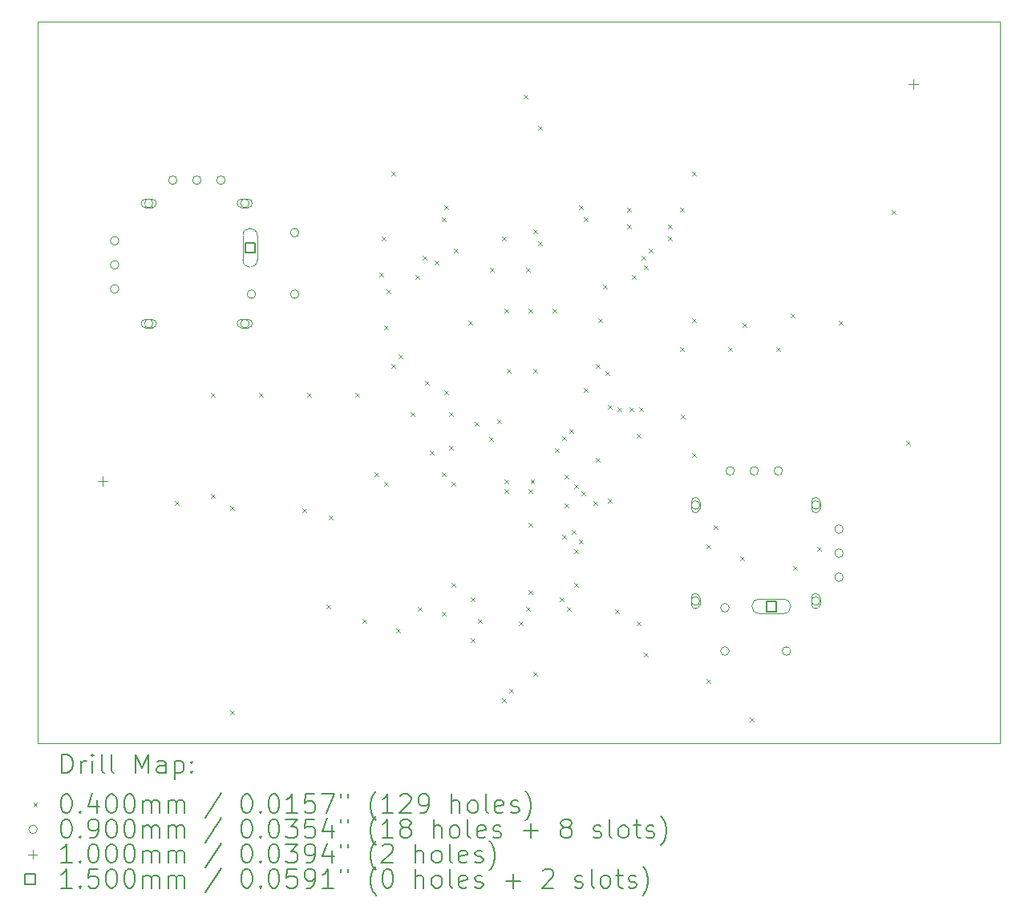
<source format=gbr>
%TF.GenerationSoftware,KiCad,Pcbnew,9.0.5*%
%TF.CreationDate,2025-11-15T17:59:55+00:00*%
%TF.ProjectId,gk-controls,676b2d63-6f6e-4747-926f-6c732e6b6963,rev?*%
%TF.SameCoordinates,Original*%
%TF.FileFunction,Drillmap*%
%TF.FilePolarity,Positive*%
%FSLAX45Y45*%
G04 Gerber Fmt 4.5, Leading zero omitted, Abs format (unit mm)*
G04 Created by KiCad (PCBNEW 9.0.5) date 2025-11-15 17:59:55*
%MOMM*%
%LPD*%
G01*
G04 APERTURE LIST*
%ADD10C,0.050000*%
%ADD11C,0.200000*%
%ADD12C,0.100000*%
%ADD13C,0.150000*%
G04 APERTURE END LIST*
D10*
X5588000Y-3048000D02*
X15748000Y-3048000D01*
X15748000Y-10668000D01*
X5588000Y-10668000D01*
X5588000Y-3048000D01*
D11*
D12*
X7041200Y-8108000D02*
X7081200Y-8148000D01*
X7081200Y-8108000D02*
X7041200Y-8148000D01*
X7422200Y-6965000D02*
X7462200Y-7005000D01*
X7462200Y-6965000D02*
X7422200Y-7005000D01*
X7422200Y-8031800D02*
X7462200Y-8071800D01*
X7462200Y-8031800D02*
X7422200Y-8071800D01*
X7625400Y-8158800D02*
X7665400Y-8198800D01*
X7665400Y-8158800D02*
X7625400Y-8198800D01*
X7625400Y-10317800D02*
X7665400Y-10357800D01*
X7665400Y-10317800D02*
X7625400Y-10357800D01*
X7930200Y-6965000D02*
X7970200Y-7005000D01*
X7970200Y-6965000D02*
X7930200Y-7005000D01*
X8387400Y-8184200D02*
X8427400Y-8224200D01*
X8427400Y-8184200D02*
X8387400Y-8224200D01*
X8438200Y-6965000D02*
X8478200Y-7005000D01*
X8478200Y-6965000D02*
X8438200Y-7005000D01*
X8641400Y-9200200D02*
X8681400Y-9240200D01*
X8681400Y-9200200D02*
X8641400Y-9240200D01*
X8666800Y-8260400D02*
X8706800Y-8300400D01*
X8706800Y-8260400D02*
X8666800Y-8300400D01*
X8946200Y-6965000D02*
X8986200Y-7005000D01*
X8986200Y-6965000D02*
X8946200Y-7005000D01*
X9022400Y-9352600D02*
X9062400Y-9392600D01*
X9062400Y-9352600D02*
X9022400Y-9392600D01*
X9149400Y-7803200D02*
X9189400Y-7843200D01*
X9189400Y-7803200D02*
X9149400Y-7843200D01*
X9200200Y-5695000D02*
X9240200Y-5735000D01*
X9240200Y-5695000D02*
X9200200Y-5735000D01*
X9225600Y-5314000D02*
X9265600Y-5354000D01*
X9265600Y-5314000D02*
X9225600Y-5354000D01*
X9251000Y-6253800D02*
X9291000Y-6293800D01*
X9291000Y-6253800D02*
X9251000Y-6293800D01*
X9251000Y-7904800D02*
X9291000Y-7944800D01*
X9291000Y-7904800D02*
X9251000Y-7944800D01*
X9276400Y-5872800D02*
X9316400Y-5912800D01*
X9316400Y-5872800D02*
X9276400Y-5912800D01*
X9327200Y-4628200D02*
X9367200Y-4668200D01*
X9367200Y-4628200D02*
X9327200Y-4668200D01*
X9327200Y-6660200D02*
X9367200Y-6700200D01*
X9367200Y-6660200D02*
X9327200Y-6700200D01*
X9378000Y-9454200D02*
X9418000Y-9494200D01*
X9418000Y-9454200D02*
X9378000Y-9494200D01*
X9403400Y-6558600D02*
X9443400Y-6598600D01*
X9443400Y-6558600D02*
X9403400Y-6598600D01*
X9530400Y-7168200D02*
X9570400Y-7208200D01*
X9570400Y-7168200D02*
X9530400Y-7208200D01*
X9581200Y-5720400D02*
X9621200Y-5760400D01*
X9621200Y-5720400D02*
X9581200Y-5760400D01*
X9606600Y-9225600D02*
X9646600Y-9265600D01*
X9646600Y-9225600D02*
X9606600Y-9265600D01*
X9657400Y-5517200D02*
X9697400Y-5557200D01*
X9697400Y-5517200D02*
X9657400Y-5557200D01*
X9682800Y-6838000D02*
X9722800Y-6878000D01*
X9722800Y-6838000D02*
X9682800Y-6878000D01*
X9733600Y-7574600D02*
X9773600Y-7614600D01*
X9773600Y-7574600D02*
X9733600Y-7614600D01*
X9784400Y-5568000D02*
X9824400Y-5608000D01*
X9824400Y-5568000D02*
X9784400Y-5608000D01*
X9860600Y-5110800D02*
X9900600Y-5150800D01*
X9900600Y-5110800D02*
X9860600Y-5150800D01*
X9860600Y-7803200D02*
X9900600Y-7843200D01*
X9900600Y-7803200D02*
X9860600Y-7843200D01*
X9860600Y-9276400D02*
X9900600Y-9316400D01*
X9900600Y-9276400D02*
X9860600Y-9316400D01*
X9886000Y-4983800D02*
X9926000Y-5023800D01*
X9926000Y-4983800D02*
X9886000Y-5023800D01*
X9886000Y-6939600D02*
X9926000Y-6979600D01*
X9926000Y-6939600D02*
X9886000Y-6979600D01*
X9936800Y-7168200D02*
X9976800Y-7208200D01*
X9976800Y-7168200D02*
X9936800Y-7208200D01*
X9936800Y-7523800D02*
X9976800Y-7563800D01*
X9976800Y-7523800D02*
X9936800Y-7563800D01*
X9962200Y-7904800D02*
X10002200Y-7944800D01*
X10002200Y-7904800D02*
X9962200Y-7944800D01*
X9962200Y-8971600D02*
X10002200Y-9011600D01*
X10002200Y-8971600D02*
X9962200Y-9011600D01*
X9987600Y-5441000D02*
X10027600Y-5481000D01*
X10027600Y-5441000D02*
X9987600Y-5481000D01*
X10140000Y-6203000D02*
X10180000Y-6243000D01*
X10180000Y-6203000D02*
X10140000Y-6243000D01*
X10165400Y-9124000D02*
X10205400Y-9164000D01*
X10205400Y-9124000D02*
X10165400Y-9164000D01*
X10165400Y-9555800D02*
X10205400Y-9595800D01*
X10205400Y-9555800D02*
X10165400Y-9595800D01*
X10203500Y-7269800D02*
X10243500Y-7309800D01*
X10243500Y-7269800D02*
X10203500Y-7309800D01*
X10241600Y-9352600D02*
X10281600Y-9392600D01*
X10281600Y-9352600D02*
X10241600Y-9392600D01*
X10355900Y-7434900D02*
X10395900Y-7474900D01*
X10395900Y-7434900D02*
X10355900Y-7474900D01*
X10368600Y-5644200D02*
X10408600Y-5684200D01*
X10408600Y-5644200D02*
X10368600Y-5684200D01*
X10444800Y-7244400D02*
X10484800Y-7284400D01*
X10484800Y-7244400D02*
X10444800Y-7284400D01*
X10495600Y-5314000D02*
X10535600Y-5354000D01*
X10535600Y-5314000D02*
X10495600Y-5354000D01*
X10495600Y-10190800D02*
X10535600Y-10230800D01*
X10535600Y-10190800D02*
X10495600Y-10230800D01*
X10521000Y-6076000D02*
X10561000Y-6116000D01*
X10561000Y-6076000D02*
X10521000Y-6116000D01*
X10521000Y-7879400D02*
X10561000Y-7919400D01*
X10561000Y-7879400D02*
X10521000Y-7919400D01*
X10521000Y-7981000D02*
X10561000Y-8021000D01*
X10561000Y-7981000D02*
X10521000Y-8021000D01*
X10546400Y-6711000D02*
X10586400Y-6751000D01*
X10586400Y-6711000D02*
X10546400Y-6751000D01*
X10571800Y-10089200D02*
X10611800Y-10129200D01*
X10611800Y-10089200D02*
X10571800Y-10129200D01*
X10673400Y-9378000D02*
X10713400Y-9418000D01*
X10713400Y-9378000D02*
X10673400Y-9418000D01*
X10724200Y-3815400D02*
X10764200Y-3855400D01*
X10764200Y-3815400D02*
X10724200Y-3855400D01*
X10749600Y-5644200D02*
X10789600Y-5684200D01*
X10789600Y-5644200D02*
X10749600Y-5684200D01*
X10749600Y-9225600D02*
X10789600Y-9265600D01*
X10789600Y-9225600D02*
X10749600Y-9265600D01*
X10775000Y-6076000D02*
X10815000Y-6116000D01*
X10815000Y-6076000D02*
X10775000Y-6116000D01*
X10775000Y-7981000D02*
X10815000Y-8021000D01*
X10815000Y-7981000D02*
X10775000Y-8021000D01*
X10775000Y-8336600D02*
X10815000Y-8376600D01*
X10815000Y-8336600D02*
X10775000Y-8376600D01*
X10775000Y-9047800D02*
X10815000Y-9087800D01*
X10815000Y-9047800D02*
X10775000Y-9087800D01*
X10794280Y-7883871D02*
X10834280Y-7923871D01*
X10834280Y-7883871D02*
X10794280Y-7923871D01*
X10825800Y-5237800D02*
X10865800Y-5277800D01*
X10865800Y-5237800D02*
X10825800Y-5277800D01*
X10825800Y-6711000D02*
X10865800Y-6751000D01*
X10865800Y-6711000D02*
X10825800Y-6751000D01*
X10825800Y-9911400D02*
X10865800Y-9951400D01*
X10865800Y-9911400D02*
X10825800Y-9951400D01*
X10876600Y-4145600D02*
X10916600Y-4185600D01*
X10916600Y-4145600D02*
X10876600Y-4185600D01*
X10876600Y-5364800D02*
X10916600Y-5404800D01*
X10916600Y-5364800D02*
X10876600Y-5404800D01*
X11029000Y-6076000D02*
X11069000Y-6116000D01*
X11069000Y-6076000D02*
X11029000Y-6116000D01*
X11054400Y-7549200D02*
X11094400Y-7589200D01*
X11094400Y-7549200D02*
X11054400Y-7589200D01*
X11101160Y-9124000D02*
X11141160Y-9164000D01*
X11141160Y-9124000D02*
X11101160Y-9164000D01*
X11130335Y-8467640D02*
X11170335Y-8507640D01*
X11170335Y-8467640D02*
X11130335Y-8507640D01*
X11130600Y-7422200D02*
X11170600Y-7462200D01*
X11170600Y-7422200D02*
X11130600Y-7462200D01*
X11156000Y-7828600D02*
X11196000Y-7868600D01*
X11196000Y-7828600D02*
X11156000Y-7868600D01*
X11156000Y-8133400D02*
X11196000Y-8173400D01*
X11196000Y-8133400D02*
X11156000Y-8173400D01*
X11181400Y-9225600D02*
X11221400Y-9265600D01*
X11221400Y-9225600D02*
X11181400Y-9265600D01*
X11206800Y-7350040D02*
X11246800Y-7390040D01*
X11246800Y-7350040D02*
X11206800Y-7390040D01*
X11232200Y-8412800D02*
X11272200Y-8452800D01*
X11272200Y-8412800D02*
X11232200Y-8452800D01*
X11257600Y-7930200D02*
X11297600Y-7970200D01*
X11297600Y-7930200D02*
X11257600Y-7970200D01*
X11257600Y-8616000D02*
X11297600Y-8656000D01*
X11297600Y-8616000D02*
X11257600Y-8656000D01*
X11257600Y-8971600D02*
X11297600Y-9011600D01*
X11297600Y-8971600D02*
X11257600Y-9011600D01*
X11308400Y-4983800D02*
X11348400Y-5023800D01*
X11348400Y-4983800D02*
X11308400Y-5023800D01*
X11308400Y-8514400D02*
X11348400Y-8554400D01*
X11348400Y-8514400D02*
X11308400Y-8554400D01*
X11333800Y-8006400D02*
X11373800Y-8046400D01*
X11373800Y-8006400D02*
X11333800Y-8046400D01*
X11359200Y-5110800D02*
X11399200Y-5150800D01*
X11399200Y-5110800D02*
X11359200Y-5150800D01*
X11359200Y-6914200D02*
X11399200Y-6954200D01*
X11399200Y-6914200D02*
X11359200Y-6954200D01*
X11460800Y-8108000D02*
X11500800Y-8148000D01*
X11500800Y-8108000D02*
X11460800Y-8148000D01*
X11486200Y-6660200D02*
X11526200Y-6700200D01*
X11526200Y-6660200D02*
X11486200Y-6700200D01*
X11486200Y-7650800D02*
X11526200Y-7690800D01*
X11526200Y-7650800D02*
X11486200Y-7690800D01*
X11511600Y-6177600D02*
X11551600Y-6217600D01*
X11551600Y-6177600D02*
X11511600Y-6217600D01*
X11562400Y-5822000D02*
X11602400Y-5862000D01*
X11602400Y-5822000D02*
X11562400Y-5862000D01*
X11587800Y-6736400D02*
X11627800Y-6776400D01*
X11627800Y-6736400D02*
X11587800Y-6776400D01*
X11613200Y-7092000D02*
X11653200Y-7132000D01*
X11653200Y-7092000D02*
X11613200Y-7132000D01*
X11613200Y-8082600D02*
X11653200Y-8122600D01*
X11653200Y-8082600D02*
X11613200Y-8122600D01*
X11689400Y-9251000D02*
X11729400Y-9291000D01*
X11729400Y-9251000D02*
X11689400Y-9291000D01*
X11714800Y-7117400D02*
X11754800Y-7157400D01*
X11754800Y-7117400D02*
X11714800Y-7157400D01*
X11816400Y-5009200D02*
X11856400Y-5049200D01*
X11856400Y-5009200D02*
X11816400Y-5049200D01*
X11816400Y-5187000D02*
X11856400Y-5227000D01*
X11856400Y-5187000D02*
X11816400Y-5227000D01*
X11841800Y-7117400D02*
X11881800Y-7157400D01*
X11881800Y-7117400D02*
X11841800Y-7157400D01*
X11867200Y-5720400D02*
X11907200Y-5760400D01*
X11907200Y-5720400D02*
X11867200Y-5760400D01*
X11918000Y-7396800D02*
X11958000Y-7436800D01*
X11958000Y-7396800D02*
X11918000Y-7436800D01*
X11918000Y-9378000D02*
X11958000Y-9418000D01*
X11958000Y-9378000D02*
X11918000Y-9418000D01*
X11943400Y-7117400D02*
X11983400Y-7157400D01*
X11983400Y-7117400D02*
X11943400Y-7157400D01*
X11968800Y-5517200D02*
X12008800Y-5557200D01*
X12008800Y-5517200D02*
X11968800Y-5557200D01*
X11994200Y-5618800D02*
X12034200Y-5658800D01*
X12034200Y-5618800D02*
X11994200Y-5658800D01*
X11994200Y-9708200D02*
X12034200Y-9748200D01*
X12034200Y-9708200D02*
X11994200Y-9748200D01*
X12045000Y-5441000D02*
X12085000Y-5481000D01*
X12085000Y-5441000D02*
X12045000Y-5481000D01*
X12248200Y-5187000D02*
X12288200Y-5227000D01*
X12288200Y-5187000D02*
X12248200Y-5227000D01*
X12248200Y-5314000D02*
X12288200Y-5354000D01*
X12288200Y-5314000D02*
X12248200Y-5354000D01*
X12375200Y-5009200D02*
X12415200Y-5049200D01*
X12415200Y-5009200D02*
X12375200Y-5049200D01*
X12375200Y-6482400D02*
X12415200Y-6522400D01*
X12415200Y-6482400D02*
X12375200Y-6522400D01*
X12381500Y-7193600D02*
X12421500Y-7233600D01*
X12421500Y-7193600D02*
X12381500Y-7233600D01*
X12502200Y-4628200D02*
X12542200Y-4668200D01*
X12542200Y-4628200D02*
X12502200Y-4668200D01*
X12502200Y-6177600D02*
X12542200Y-6217600D01*
X12542200Y-6177600D02*
X12502200Y-6217600D01*
X12502200Y-7600000D02*
X12542200Y-7640000D01*
X12542200Y-7600000D02*
X12502200Y-7640000D01*
X12654600Y-8565200D02*
X12694600Y-8605200D01*
X12694600Y-8565200D02*
X12654600Y-8605200D01*
X12654600Y-9987600D02*
X12694600Y-10027600D01*
X12694600Y-9987600D02*
X12654600Y-10027600D01*
X12730800Y-8362000D02*
X12770800Y-8402000D01*
X12770800Y-8362000D02*
X12730800Y-8402000D01*
X12883200Y-6482400D02*
X12923200Y-6522400D01*
X12923200Y-6482400D02*
X12883200Y-6522400D01*
X13010200Y-8692200D02*
X13050200Y-8732200D01*
X13050200Y-8692200D02*
X13010200Y-8732200D01*
X13035600Y-6228400D02*
X13075600Y-6268400D01*
X13075600Y-6228400D02*
X13035600Y-6268400D01*
X13111800Y-10394000D02*
X13151800Y-10434000D01*
X13151800Y-10394000D02*
X13111800Y-10434000D01*
X13391200Y-6482400D02*
X13431200Y-6522400D01*
X13431200Y-6482400D02*
X13391200Y-6522400D01*
X13543600Y-6126800D02*
X13583600Y-6166800D01*
X13583600Y-6126800D02*
X13543600Y-6166800D01*
X13569000Y-8793800D02*
X13609000Y-8833800D01*
X13609000Y-8793800D02*
X13569000Y-8833800D01*
X13823000Y-8590600D02*
X13863000Y-8630600D01*
X13863000Y-8590600D02*
X13823000Y-8630600D01*
X14051600Y-6203000D02*
X14091600Y-6243000D01*
X14091600Y-6203000D02*
X14051600Y-6243000D01*
X14610400Y-5034600D02*
X14650400Y-5074600D01*
X14650400Y-5034600D02*
X14610400Y-5074600D01*
X14762800Y-7473000D02*
X14802800Y-7513000D01*
X14802800Y-7473000D02*
X14762800Y-7513000D01*
X6447266Y-5359613D02*
G75*
G02*
X6357266Y-5359613I-45000J0D01*
G01*
X6357266Y-5359613D02*
G75*
G02*
X6447266Y-5359613I45000J0D01*
G01*
X6447266Y-5613613D02*
G75*
G02*
X6357266Y-5613613I-45000J0D01*
G01*
X6357266Y-5613613D02*
G75*
G02*
X6447266Y-5613613I45000J0D01*
G01*
X6447266Y-5867613D02*
G75*
G02*
X6357266Y-5867613I-45000J0D01*
G01*
X6357266Y-5867613D02*
G75*
G02*
X6447266Y-5867613I45000J0D01*
G01*
X6807946Y-4963373D02*
G75*
G02*
X6717946Y-4963373I-45000J0D01*
G01*
X6717946Y-4963373D02*
G75*
G02*
X6807946Y-4963373I45000J0D01*
G01*
X6727946Y-5008373D02*
X6797946Y-5008373D01*
X6797946Y-4918373D02*
G75*
G02*
X6797946Y-5008373I0J-45000D01*
G01*
X6797946Y-4918373D02*
X6727946Y-4918373D01*
X6727946Y-4918373D02*
G75*
G03*
X6727946Y-5008373I0J-45000D01*
G01*
X6807946Y-6233373D02*
G75*
G02*
X6717946Y-6233373I-45000J0D01*
G01*
X6717946Y-6233373D02*
G75*
G02*
X6807946Y-6233373I45000J0D01*
G01*
X6727946Y-6278373D02*
X6797946Y-6278373D01*
X6797946Y-6188373D02*
G75*
G02*
X6797946Y-6278373I0J-45000D01*
G01*
X6797946Y-6188373D02*
X6727946Y-6188373D01*
X6727946Y-6188373D02*
G75*
G03*
X6727946Y-6278373I0J-45000D01*
G01*
X7061946Y-4719533D02*
G75*
G02*
X6971946Y-4719533I-45000J0D01*
G01*
X6971946Y-4719533D02*
G75*
G02*
X7061946Y-4719533I45000J0D01*
G01*
X7315946Y-4719533D02*
G75*
G02*
X7225946Y-4719533I-45000J0D01*
G01*
X7225946Y-4719533D02*
G75*
G02*
X7315946Y-4719533I45000J0D01*
G01*
X7569946Y-4719533D02*
G75*
G02*
X7479946Y-4719533I-45000J0D01*
G01*
X7479946Y-4719533D02*
G75*
G02*
X7569946Y-4719533I45000J0D01*
G01*
X7821406Y-4963373D02*
G75*
G02*
X7731406Y-4963373I-45000J0D01*
G01*
X7731406Y-4963373D02*
G75*
G02*
X7821406Y-4963373I45000J0D01*
G01*
X7741406Y-5008373D02*
X7811406Y-5008373D01*
X7811406Y-4918373D02*
G75*
G02*
X7811406Y-5008373I0J-45000D01*
G01*
X7811406Y-4918373D02*
X7741406Y-4918373D01*
X7741406Y-4918373D02*
G75*
G03*
X7741406Y-5008373I0J-45000D01*
G01*
X7821406Y-6233373D02*
G75*
G02*
X7731406Y-6233373I-45000J0D01*
G01*
X7731406Y-6233373D02*
G75*
G02*
X7821406Y-6233373I45000J0D01*
G01*
X7741406Y-6278373D02*
X7811406Y-6278373D01*
X7811406Y-6188373D02*
G75*
G02*
X7811406Y-6278373I0J-45000D01*
G01*
X7811406Y-6188373D02*
X7741406Y-6188373D01*
X7741406Y-6188373D02*
G75*
G03*
X7741406Y-6278373I0J-45000D01*
G01*
X7892526Y-5923493D02*
G75*
G02*
X7802526Y-5923493I-45000J0D01*
G01*
X7802526Y-5923493D02*
G75*
G02*
X7892526Y-5923493I45000J0D01*
G01*
X8349726Y-5273253D02*
G75*
G02*
X8259726Y-5273253I-45000J0D01*
G01*
X8259726Y-5273253D02*
G75*
G02*
X8349726Y-5273253I45000J0D01*
G01*
X8349726Y-5923493D02*
G75*
G02*
X8259726Y-5923493I-45000J0D01*
G01*
X8259726Y-5923493D02*
G75*
G02*
X8349726Y-5923493I45000J0D01*
G01*
X12581106Y-8150693D02*
G75*
G02*
X12491106Y-8150693I-45000J0D01*
G01*
X12491106Y-8150693D02*
G75*
G02*
X12581106Y-8150693I45000J0D01*
G01*
X12491106Y-8115693D02*
X12491106Y-8185693D01*
X12581106Y-8185693D02*
G75*
G02*
X12491106Y-8185693I-45000J0D01*
G01*
X12581106Y-8185693D02*
X12581106Y-8115693D01*
X12581106Y-8115693D02*
G75*
G03*
X12491106Y-8115693I-45000J0D01*
G01*
X12581106Y-9164153D02*
G75*
G02*
X12491106Y-9164153I-45000J0D01*
G01*
X12491106Y-9164153D02*
G75*
G02*
X12581106Y-9164153I45000J0D01*
G01*
X12491106Y-9129153D02*
X12491106Y-9199153D01*
X12581106Y-9199153D02*
G75*
G02*
X12491106Y-9199153I-45000J0D01*
G01*
X12581106Y-9199153D02*
X12581106Y-9129153D01*
X12581106Y-9129153D02*
G75*
G03*
X12491106Y-9129153I-45000J0D01*
G01*
X12890986Y-9235273D02*
G75*
G02*
X12800986Y-9235273I-45000J0D01*
G01*
X12800986Y-9235273D02*
G75*
G02*
X12890986Y-9235273I45000J0D01*
G01*
X12890986Y-9692473D02*
G75*
G02*
X12800986Y-9692473I-45000J0D01*
G01*
X12800986Y-9692473D02*
G75*
G02*
X12890986Y-9692473I45000J0D01*
G01*
X12946866Y-7790013D02*
G75*
G02*
X12856866Y-7790013I-45000J0D01*
G01*
X12856866Y-7790013D02*
G75*
G02*
X12946866Y-7790013I45000J0D01*
G01*
X13200866Y-7790013D02*
G75*
G02*
X13110866Y-7790013I-45000J0D01*
G01*
X13110866Y-7790013D02*
G75*
G02*
X13200866Y-7790013I45000J0D01*
G01*
X13454866Y-7790013D02*
G75*
G02*
X13364866Y-7790013I-45000J0D01*
G01*
X13364866Y-7790013D02*
G75*
G02*
X13454866Y-7790013I45000J0D01*
G01*
X13541226Y-9692473D02*
G75*
G02*
X13451226Y-9692473I-45000J0D01*
G01*
X13451226Y-9692473D02*
G75*
G02*
X13541226Y-9692473I45000J0D01*
G01*
X13851106Y-8150693D02*
G75*
G02*
X13761106Y-8150693I-45000J0D01*
G01*
X13761106Y-8150693D02*
G75*
G02*
X13851106Y-8150693I45000J0D01*
G01*
X13761106Y-8115693D02*
X13761106Y-8185693D01*
X13851106Y-8185693D02*
G75*
G02*
X13761106Y-8185693I-45000J0D01*
G01*
X13851106Y-8185693D02*
X13851106Y-8115693D01*
X13851106Y-8115693D02*
G75*
G03*
X13761106Y-8115693I-45000J0D01*
G01*
X13851106Y-9164153D02*
G75*
G02*
X13761106Y-9164153I-45000J0D01*
G01*
X13761106Y-9164153D02*
G75*
G02*
X13851106Y-9164153I45000J0D01*
G01*
X13761106Y-9129153D02*
X13761106Y-9199153D01*
X13851106Y-9199153D02*
G75*
G02*
X13761106Y-9199153I-45000J0D01*
G01*
X13851106Y-9199153D02*
X13851106Y-9129153D01*
X13851106Y-9129153D02*
G75*
G03*
X13761106Y-9129153I-45000J0D01*
G01*
X14094946Y-8404693D02*
G75*
G02*
X14004946Y-8404693I-45000J0D01*
G01*
X14004946Y-8404693D02*
G75*
G02*
X14094946Y-8404693I45000J0D01*
G01*
X14094946Y-8658693D02*
G75*
G02*
X14004946Y-8658693I-45000J0D01*
G01*
X14004946Y-8658693D02*
G75*
G02*
X14094946Y-8658693I45000J0D01*
G01*
X14094946Y-8912693D02*
G75*
G02*
X14004946Y-8912693I-45000J0D01*
G01*
X14004946Y-8912693D02*
G75*
G02*
X14094946Y-8912693I45000J0D01*
G01*
X6273800Y-7849400D02*
X6273800Y-7949400D01*
X6223800Y-7899400D02*
X6323800Y-7899400D01*
X14835866Y-3658613D02*
X14835866Y-3758613D01*
X14785866Y-3708613D02*
X14885866Y-3708613D01*
D13*
X7885559Y-5486287D02*
X7885559Y-5380220D01*
X7779492Y-5380220D01*
X7779492Y-5486287D01*
X7885559Y-5486287D01*
D12*
X7757526Y-5303253D02*
X7757526Y-5563253D01*
X7907526Y-5563253D02*
G75*
G02*
X7757526Y-5563253I-75000J0D01*
G01*
X7907526Y-5563253D02*
X7907526Y-5303253D01*
X7907526Y-5303253D02*
G75*
G03*
X7757526Y-5303253I-75000J0D01*
G01*
D13*
X13389259Y-9273307D02*
X13389259Y-9167240D01*
X13283192Y-9167240D01*
X13283192Y-9273307D01*
X13389259Y-9273307D01*
D12*
X13466226Y-9145273D02*
X13206226Y-9145273D01*
X13206226Y-9295273D02*
G75*
G02*
X13206226Y-9145273I0J75000D01*
G01*
X13206226Y-9295273D02*
X13466226Y-9295273D01*
X13466226Y-9295273D02*
G75*
G03*
X13466226Y-9145273I0J75000D01*
G01*
D11*
X5846277Y-10981984D02*
X5846277Y-10781984D01*
X5846277Y-10781984D02*
X5893896Y-10781984D01*
X5893896Y-10781984D02*
X5922467Y-10791508D01*
X5922467Y-10791508D02*
X5941515Y-10810555D01*
X5941515Y-10810555D02*
X5951039Y-10829603D01*
X5951039Y-10829603D02*
X5960562Y-10867698D01*
X5960562Y-10867698D02*
X5960562Y-10896270D01*
X5960562Y-10896270D02*
X5951039Y-10934365D01*
X5951039Y-10934365D02*
X5941515Y-10953412D01*
X5941515Y-10953412D02*
X5922467Y-10972460D01*
X5922467Y-10972460D02*
X5893896Y-10981984D01*
X5893896Y-10981984D02*
X5846277Y-10981984D01*
X6046277Y-10981984D02*
X6046277Y-10848650D01*
X6046277Y-10886746D02*
X6055801Y-10867698D01*
X6055801Y-10867698D02*
X6065324Y-10858174D01*
X6065324Y-10858174D02*
X6084372Y-10848650D01*
X6084372Y-10848650D02*
X6103420Y-10848650D01*
X6170086Y-10981984D02*
X6170086Y-10848650D01*
X6170086Y-10781984D02*
X6160562Y-10791508D01*
X6160562Y-10791508D02*
X6170086Y-10801031D01*
X6170086Y-10801031D02*
X6179610Y-10791508D01*
X6179610Y-10791508D02*
X6170086Y-10781984D01*
X6170086Y-10781984D02*
X6170086Y-10801031D01*
X6293896Y-10981984D02*
X6274848Y-10972460D01*
X6274848Y-10972460D02*
X6265324Y-10953412D01*
X6265324Y-10953412D02*
X6265324Y-10781984D01*
X6398658Y-10981984D02*
X6379610Y-10972460D01*
X6379610Y-10972460D02*
X6370086Y-10953412D01*
X6370086Y-10953412D02*
X6370086Y-10781984D01*
X6627229Y-10981984D02*
X6627229Y-10781984D01*
X6627229Y-10781984D02*
X6693896Y-10924841D01*
X6693896Y-10924841D02*
X6760562Y-10781984D01*
X6760562Y-10781984D02*
X6760562Y-10981984D01*
X6941515Y-10981984D02*
X6941515Y-10877222D01*
X6941515Y-10877222D02*
X6931991Y-10858174D01*
X6931991Y-10858174D02*
X6912943Y-10848650D01*
X6912943Y-10848650D02*
X6874848Y-10848650D01*
X6874848Y-10848650D02*
X6855801Y-10858174D01*
X6941515Y-10972460D02*
X6922467Y-10981984D01*
X6922467Y-10981984D02*
X6874848Y-10981984D01*
X6874848Y-10981984D02*
X6855801Y-10972460D01*
X6855801Y-10972460D02*
X6846277Y-10953412D01*
X6846277Y-10953412D02*
X6846277Y-10934365D01*
X6846277Y-10934365D02*
X6855801Y-10915317D01*
X6855801Y-10915317D02*
X6874848Y-10905793D01*
X6874848Y-10905793D02*
X6922467Y-10905793D01*
X6922467Y-10905793D02*
X6941515Y-10896270D01*
X7036753Y-10848650D02*
X7036753Y-11048650D01*
X7036753Y-10858174D02*
X7055801Y-10848650D01*
X7055801Y-10848650D02*
X7093896Y-10848650D01*
X7093896Y-10848650D02*
X7112943Y-10858174D01*
X7112943Y-10858174D02*
X7122467Y-10867698D01*
X7122467Y-10867698D02*
X7131991Y-10886746D01*
X7131991Y-10886746D02*
X7131991Y-10943889D01*
X7131991Y-10943889D02*
X7122467Y-10962936D01*
X7122467Y-10962936D02*
X7112943Y-10972460D01*
X7112943Y-10972460D02*
X7093896Y-10981984D01*
X7093896Y-10981984D02*
X7055801Y-10981984D01*
X7055801Y-10981984D02*
X7036753Y-10972460D01*
X7217705Y-10962936D02*
X7227229Y-10972460D01*
X7227229Y-10972460D02*
X7217705Y-10981984D01*
X7217705Y-10981984D02*
X7208182Y-10972460D01*
X7208182Y-10972460D02*
X7217705Y-10962936D01*
X7217705Y-10962936D02*
X7217705Y-10981984D01*
X7217705Y-10858174D02*
X7227229Y-10867698D01*
X7227229Y-10867698D02*
X7217705Y-10877222D01*
X7217705Y-10877222D02*
X7208182Y-10867698D01*
X7208182Y-10867698D02*
X7217705Y-10858174D01*
X7217705Y-10858174D02*
X7217705Y-10877222D01*
D12*
X5545500Y-11290500D02*
X5585500Y-11330500D01*
X5585500Y-11290500D02*
X5545500Y-11330500D01*
D11*
X5884372Y-11201984D02*
X5903420Y-11201984D01*
X5903420Y-11201984D02*
X5922467Y-11211508D01*
X5922467Y-11211508D02*
X5931991Y-11221031D01*
X5931991Y-11221031D02*
X5941515Y-11240079D01*
X5941515Y-11240079D02*
X5951039Y-11278174D01*
X5951039Y-11278174D02*
X5951039Y-11325793D01*
X5951039Y-11325793D02*
X5941515Y-11363888D01*
X5941515Y-11363888D02*
X5931991Y-11382936D01*
X5931991Y-11382936D02*
X5922467Y-11392460D01*
X5922467Y-11392460D02*
X5903420Y-11401984D01*
X5903420Y-11401984D02*
X5884372Y-11401984D01*
X5884372Y-11401984D02*
X5865324Y-11392460D01*
X5865324Y-11392460D02*
X5855801Y-11382936D01*
X5855801Y-11382936D02*
X5846277Y-11363888D01*
X5846277Y-11363888D02*
X5836753Y-11325793D01*
X5836753Y-11325793D02*
X5836753Y-11278174D01*
X5836753Y-11278174D02*
X5846277Y-11240079D01*
X5846277Y-11240079D02*
X5855801Y-11221031D01*
X5855801Y-11221031D02*
X5865324Y-11211508D01*
X5865324Y-11211508D02*
X5884372Y-11201984D01*
X6036753Y-11382936D02*
X6046277Y-11392460D01*
X6046277Y-11392460D02*
X6036753Y-11401984D01*
X6036753Y-11401984D02*
X6027229Y-11392460D01*
X6027229Y-11392460D02*
X6036753Y-11382936D01*
X6036753Y-11382936D02*
X6036753Y-11401984D01*
X6217705Y-11268650D02*
X6217705Y-11401984D01*
X6170086Y-11192460D02*
X6122467Y-11335317D01*
X6122467Y-11335317D02*
X6246277Y-11335317D01*
X6360562Y-11201984D02*
X6379610Y-11201984D01*
X6379610Y-11201984D02*
X6398658Y-11211508D01*
X6398658Y-11211508D02*
X6408182Y-11221031D01*
X6408182Y-11221031D02*
X6417705Y-11240079D01*
X6417705Y-11240079D02*
X6427229Y-11278174D01*
X6427229Y-11278174D02*
X6427229Y-11325793D01*
X6427229Y-11325793D02*
X6417705Y-11363888D01*
X6417705Y-11363888D02*
X6408182Y-11382936D01*
X6408182Y-11382936D02*
X6398658Y-11392460D01*
X6398658Y-11392460D02*
X6379610Y-11401984D01*
X6379610Y-11401984D02*
X6360562Y-11401984D01*
X6360562Y-11401984D02*
X6341515Y-11392460D01*
X6341515Y-11392460D02*
X6331991Y-11382936D01*
X6331991Y-11382936D02*
X6322467Y-11363888D01*
X6322467Y-11363888D02*
X6312943Y-11325793D01*
X6312943Y-11325793D02*
X6312943Y-11278174D01*
X6312943Y-11278174D02*
X6322467Y-11240079D01*
X6322467Y-11240079D02*
X6331991Y-11221031D01*
X6331991Y-11221031D02*
X6341515Y-11211508D01*
X6341515Y-11211508D02*
X6360562Y-11201984D01*
X6551039Y-11201984D02*
X6570086Y-11201984D01*
X6570086Y-11201984D02*
X6589134Y-11211508D01*
X6589134Y-11211508D02*
X6598658Y-11221031D01*
X6598658Y-11221031D02*
X6608182Y-11240079D01*
X6608182Y-11240079D02*
X6617705Y-11278174D01*
X6617705Y-11278174D02*
X6617705Y-11325793D01*
X6617705Y-11325793D02*
X6608182Y-11363888D01*
X6608182Y-11363888D02*
X6598658Y-11382936D01*
X6598658Y-11382936D02*
X6589134Y-11392460D01*
X6589134Y-11392460D02*
X6570086Y-11401984D01*
X6570086Y-11401984D02*
X6551039Y-11401984D01*
X6551039Y-11401984D02*
X6531991Y-11392460D01*
X6531991Y-11392460D02*
X6522467Y-11382936D01*
X6522467Y-11382936D02*
X6512943Y-11363888D01*
X6512943Y-11363888D02*
X6503420Y-11325793D01*
X6503420Y-11325793D02*
X6503420Y-11278174D01*
X6503420Y-11278174D02*
X6512943Y-11240079D01*
X6512943Y-11240079D02*
X6522467Y-11221031D01*
X6522467Y-11221031D02*
X6531991Y-11211508D01*
X6531991Y-11211508D02*
X6551039Y-11201984D01*
X6703420Y-11401984D02*
X6703420Y-11268650D01*
X6703420Y-11287698D02*
X6712943Y-11278174D01*
X6712943Y-11278174D02*
X6731991Y-11268650D01*
X6731991Y-11268650D02*
X6760563Y-11268650D01*
X6760563Y-11268650D02*
X6779610Y-11278174D01*
X6779610Y-11278174D02*
X6789134Y-11297222D01*
X6789134Y-11297222D02*
X6789134Y-11401984D01*
X6789134Y-11297222D02*
X6798658Y-11278174D01*
X6798658Y-11278174D02*
X6817705Y-11268650D01*
X6817705Y-11268650D02*
X6846277Y-11268650D01*
X6846277Y-11268650D02*
X6865324Y-11278174D01*
X6865324Y-11278174D02*
X6874848Y-11297222D01*
X6874848Y-11297222D02*
X6874848Y-11401984D01*
X6970086Y-11401984D02*
X6970086Y-11268650D01*
X6970086Y-11287698D02*
X6979610Y-11278174D01*
X6979610Y-11278174D02*
X6998658Y-11268650D01*
X6998658Y-11268650D02*
X7027229Y-11268650D01*
X7027229Y-11268650D02*
X7046277Y-11278174D01*
X7046277Y-11278174D02*
X7055801Y-11297222D01*
X7055801Y-11297222D02*
X7055801Y-11401984D01*
X7055801Y-11297222D02*
X7065324Y-11278174D01*
X7065324Y-11278174D02*
X7084372Y-11268650D01*
X7084372Y-11268650D02*
X7112943Y-11268650D01*
X7112943Y-11268650D02*
X7131991Y-11278174D01*
X7131991Y-11278174D02*
X7141515Y-11297222D01*
X7141515Y-11297222D02*
X7141515Y-11401984D01*
X7531991Y-11192460D02*
X7360563Y-11449603D01*
X7789134Y-11201984D02*
X7808182Y-11201984D01*
X7808182Y-11201984D02*
X7827229Y-11211508D01*
X7827229Y-11211508D02*
X7836753Y-11221031D01*
X7836753Y-11221031D02*
X7846277Y-11240079D01*
X7846277Y-11240079D02*
X7855801Y-11278174D01*
X7855801Y-11278174D02*
X7855801Y-11325793D01*
X7855801Y-11325793D02*
X7846277Y-11363888D01*
X7846277Y-11363888D02*
X7836753Y-11382936D01*
X7836753Y-11382936D02*
X7827229Y-11392460D01*
X7827229Y-11392460D02*
X7808182Y-11401984D01*
X7808182Y-11401984D02*
X7789134Y-11401984D01*
X7789134Y-11401984D02*
X7770086Y-11392460D01*
X7770086Y-11392460D02*
X7760563Y-11382936D01*
X7760563Y-11382936D02*
X7751039Y-11363888D01*
X7751039Y-11363888D02*
X7741515Y-11325793D01*
X7741515Y-11325793D02*
X7741515Y-11278174D01*
X7741515Y-11278174D02*
X7751039Y-11240079D01*
X7751039Y-11240079D02*
X7760563Y-11221031D01*
X7760563Y-11221031D02*
X7770086Y-11211508D01*
X7770086Y-11211508D02*
X7789134Y-11201984D01*
X7941515Y-11382936D02*
X7951039Y-11392460D01*
X7951039Y-11392460D02*
X7941515Y-11401984D01*
X7941515Y-11401984D02*
X7931991Y-11392460D01*
X7931991Y-11392460D02*
X7941515Y-11382936D01*
X7941515Y-11382936D02*
X7941515Y-11401984D01*
X8074848Y-11201984D02*
X8093896Y-11201984D01*
X8093896Y-11201984D02*
X8112944Y-11211508D01*
X8112944Y-11211508D02*
X8122467Y-11221031D01*
X8122467Y-11221031D02*
X8131991Y-11240079D01*
X8131991Y-11240079D02*
X8141515Y-11278174D01*
X8141515Y-11278174D02*
X8141515Y-11325793D01*
X8141515Y-11325793D02*
X8131991Y-11363888D01*
X8131991Y-11363888D02*
X8122467Y-11382936D01*
X8122467Y-11382936D02*
X8112944Y-11392460D01*
X8112944Y-11392460D02*
X8093896Y-11401984D01*
X8093896Y-11401984D02*
X8074848Y-11401984D01*
X8074848Y-11401984D02*
X8055801Y-11392460D01*
X8055801Y-11392460D02*
X8046277Y-11382936D01*
X8046277Y-11382936D02*
X8036753Y-11363888D01*
X8036753Y-11363888D02*
X8027229Y-11325793D01*
X8027229Y-11325793D02*
X8027229Y-11278174D01*
X8027229Y-11278174D02*
X8036753Y-11240079D01*
X8036753Y-11240079D02*
X8046277Y-11221031D01*
X8046277Y-11221031D02*
X8055801Y-11211508D01*
X8055801Y-11211508D02*
X8074848Y-11201984D01*
X8331991Y-11401984D02*
X8217706Y-11401984D01*
X8274848Y-11401984D02*
X8274848Y-11201984D01*
X8274848Y-11201984D02*
X8255801Y-11230555D01*
X8255801Y-11230555D02*
X8236753Y-11249603D01*
X8236753Y-11249603D02*
X8217706Y-11259127D01*
X8512944Y-11201984D02*
X8417706Y-11201984D01*
X8417706Y-11201984D02*
X8408182Y-11297222D01*
X8408182Y-11297222D02*
X8417706Y-11287698D01*
X8417706Y-11287698D02*
X8436753Y-11278174D01*
X8436753Y-11278174D02*
X8484372Y-11278174D01*
X8484372Y-11278174D02*
X8503420Y-11287698D01*
X8503420Y-11287698D02*
X8512944Y-11297222D01*
X8512944Y-11297222D02*
X8522468Y-11316269D01*
X8522468Y-11316269D02*
X8522468Y-11363888D01*
X8522468Y-11363888D02*
X8512944Y-11382936D01*
X8512944Y-11382936D02*
X8503420Y-11392460D01*
X8503420Y-11392460D02*
X8484372Y-11401984D01*
X8484372Y-11401984D02*
X8436753Y-11401984D01*
X8436753Y-11401984D02*
X8417706Y-11392460D01*
X8417706Y-11392460D02*
X8408182Y-11382936D01*
X8589134Y-11201984D02*
X8722468Y-11201984D01*
X8722468Y-11201984D02*
X8636753Y-11401984D01*
X8789134Y-11201984D02*
X8789134Y-11240079D01*
X8865325Y-11201984D02*
X8865325Y-11240079D01*
X9160563Y-11478174D02*
X9151039Y-11468650D01*
X9151039Y-11468650D02*
X9131991Y-11440079D01*
X9131991Y-11440079D02*
X9122468Y-11421031D01*
X9122468Y-11421031D02*
X9112944Y-11392460D01*
X9112944Y-11392460D02*
X9103420Y-11344841D01*
X9103420Y-11344841D02*
X9103420Y-11306746D01*
X9103420Y-11306746D02*
X9112944Y-11259127D01*
X9112944Y-11259127D02*
X9122468Y-11230555D01*
X9122468Y-11230555D02*
X9131991Y-11211508D01*
X9131991Y-11211508D02*
X9151039Y-11182936D01*
X9151039Y-11182936D02*
X9160563Y-11173412D01*
X9341515Y-11401984D02*
X9227230Y-11401984D01*
X9284372Y-11401984D02*
X9284372Y-11201984D01*
X9284372Y-11201984D02*
X9265325Y-11230555D01*
X9265325Y-11230555D02*
X9246277Y-11249603D01*
X9246277Y-11249603D02*
X9227230Y-11259127D01*
X9417706Y-11221031D02*
X9427230Y-11211508D01*
X9427230Y-11211508D02*
X9446277Y-11201984D01*
X9446277Y-11201984D02*
X9493896Y-11201984D01*
X9493896Y-11201984D02*
X9512944Y-11211508D01*
X9512944Y-11211508D02*
X9522468Y-11221031D01*
X9522468Y-11221031D02*
X9531991Y-11240079D01*
X9531991Y-11240079D02*
X9531991Y-11259127D01*
X9531991Y-11259127D02*
X9522468Y-11287698D01*
X9522468Y-11287698D02*
X9408182Y-11401984D01*
X9408182Y-11401984D02*
X9531991Y-11401984D01*
X9627230Y-11401984D02*
X9665325Y-11401984D01*
X9665325Y-11401984D02*
X9684372Y-11392460D01*
X9684372Y-11392460D02*
X9693896Y-11382936D01*
X9693896Y-11382936D02*
X9712944Y-11354365D01*
X9712944Y-11354365D02*
X9722468Y-11316269D01*
X9722468Y-11316269D02*
X9722468Y-11240079D01*
X9722468Y-11240079D02*
X9712944Y-11221031D01*
X9712944Y-11221031D02*
X9703420Y-11211508D01*
X9703420Y-11211508D02*
X9684372Y-11201984D01*
X9684372Y-11201984D02*
X9646277Y-11201984D01*
X9646277Y-11201984D02*
X9627230Y-11211508D01*
X9627230Y-11211508D02*
X9617706Y-11221031D01*
X9617706Y-11221031D02*
X9608182Y-11240079D01*
X9608182Y-11240079D02*
X9608182Y-11287698D01*
X9608182Y-11287698D02*
X9617706Y-11306746D01*
X9617706Y-11306746D02*
X9627230Y-11316269D01*
X9627230Y-11316269D02*
X9646277Y-11325793D01*
X9646277Y-11325793D02*
X9684372Y-11325793D01*
X9684372Y-11325793D02*
X9703420Y-11316269D01*
X9703420Y-11316269D02*
X9712944Y-11306746D01*
X9712944Y-11306746D02*
X9722468Y-11287698D01*
X9960563Y-11401984D02*
X9960563Y-11201984D01*
X10046277Y-11401984D02*
X10046277Y-11297222D01*
X10046277Y-11297222D02*
X10036753Y-11278174D01*
X10036753Y-11278174D02*
X10017706Y-11268650D01*
X10017706Y-11268650D02*
X9989134Y-11268650D01*
X9989134Y-11268650D02*
X9970087Y-11278174D01*
X9970087Y-11278174D02*
X9960563Y-11287698D01*
X10170087Y-11401984D02*
X10151039Y-11392460D01*
X10151039Y-11392460D02*
X10141515Y-11382936D01*
X10141515Y-11382936D02*
X10131992Y-11363888D01*
X10131992Y-11363888D02*
X10131992Y-11306746D01*
X10131992Y-11306746D02*
X10141515Y-11287698D01*
X10141515Y-11287698D02*
X10151039Y-11278174D01*
X10151039Y-11278174D02*
X10170087Y-11268650D01*
X10170087Y-11268650D02*
X10198658Y-11268650D01*
X10198658Y-11268650D02*
X10217706Y-11278174D01*
X10217706Y-11278174D02*
X10227230Y-11287698D01*
X10227230Y-11287698D02*
X10236753Y-11306746D01*
X10236753Y-11306746D02*
X10236753Y-11363888D01*
X10236753Y-11363888D02*
X10227230Y-11382936D01*
X10227230Y-11382936D02*
X10217706Y-11392460D01*
X10217706Y-11392460D02*
X10198658Y-11401984D01*
X10198658Y-11401984D02*
X10170087Y-11401984D01*
X10351039Y-11401984D02*
X10331992Y-11392460D01*
X10331992Y-11392460D02*
X10322468Y-11373412D01*
X10322468Y-11373412D02*
X10322468Y-11201984D01*
X10503420Y-11392460D02*
X10484373Y-11401984D01*
X10484373Y-11401984D02*
X10446277Y-11401984D01*
X10446277Y-11401984D02*
X10427230Y-11392460D01*
X10427230Y-11392460D02*
X10417706Y-11373412D01*
X10417706Y-11373412D02*
X10417706Y-11297222D01*
X10417706Y-11297222D02*
X10427230Y-11278174D01*
X10427230Y-11278174D02*
X10446277Y-11268650D01*
X10446277Y-11268650D02*
X10484373Y-11268650D01*
X10484373Y-11268650D02*
X10503420Y-11278174D01*
X10503420Y-11278174D02*
X10512944Y-11297222D01*
X10512944Y-11297222D02*
X10512944Y-11316269D01*
X10512944Y-11316269D02*
X10417706Y-11335317D01*
X10589134Y-11392460D02*
X10608182Y-11401984D01*
X10608182Y-11401984D02*
X10646277Y-11401984D01*
X10646277Y-11401984D02*
X10665325Y-11392460D01*
X10665325Y-11392460D02*
X10674849Y-11373412D01*
X10674849Y-11373412D02*
X10674849Y-11363888D01*
X10674849Y-11363888D02*
X10665325Y-11344841D01*
X10665325Y-11344841D02*
X10646277Y-11335317D01*
X10646277Y-11335317D02*
X10617706Y-11335317D01*
X10617706Y-11335317D02*
X10598658Y-11325793D01*
X10598658Y-11325793D02*
X10589134Y-11306746D01*
X10589134Y-11306746D02*
X10589134Y-11297222D01*
X10589134Y-11297222D02*
X10598658Y-11278174D01*
X10598658Y-11278174D02*
X10617706Y-11268650D01*
X10617706Y-11268650D02*
X10646277Y-11268650D01*
X10646277Y-11268650D02*
X10665325Y-11278174D01*
X10741515Y-11478174D02*
X10751039Y-11468650D01*
X10751039Y-11468650D02*
X10770087Y-11440079D01*
X10770087Y-11440079D02*
X10779611Y-11421031D01*
X10779611Y-11421031D02*
X10789134Y-11392460D01*
X10789134Y-11392460D02*
X10798658Y-11344841D01*
X10798658Y-11344841D02*
X10798658Y-11306746D01*
X10798658Y-11306746D02*
X10789134Y-11259127D01*
X10789134Y-11259127D02*
X10779611Y-11230555D01*
X10779611Y-11230555D02*
X10770087Y-11211508D01*
X10770087Y-11211508D02*
X10751039Y-11182936D01*
X10751039Y-11182936D02*
X10741515Y-11173412D01*
D12*
X5585500Y-11574500D02*
G75*
G02*
X5495500Y-11574500I-45000J0D01*
G01*
X5495500Y-11574500D02*
G75*
G02*
X5585500Y-11574500I45000J0D01*
G01*
D11*
X5884372Y-11465984D02*
X5903420Y-11465984D01*
X5903420Y-11465984D02*
X5922467Y-11475508D01*
X5922467Y-11475508D02*
X5931991Y-11485031D01*
X5931991Y-11485031D02*
X5941515Y-11504079D01*
X5941515Y-11504079D02*
X5951039Y-11542174D01*
X5951039Y-11542174D02*
X5951039Y-11589793D01*
X5951039Y-11589793D02*
X5941515Y-11627888D01*
X5941515Y-11627888D02*
X5931991Y-11646936D01*
X5931991Y-11646936D02*
X5922467Y-11656460D01*
X5922467Y-11656460D02*
X5903420Y-11665984D01*
X5903420Y-11665984D02*
X5884372Y-11665984D01*
X5884372Y-11665984D02*
X5865324Y-11656460D01*
X5865324Y-11656460D02*
X5855801Y-11646936D01*
X5855801Y-11646936D02*
X5846277Y-11627888D01*
X5846277Y-11627888D02*
X5836753Y-11589793D01*
X5836753Y-11589793D02*
X5836753Y-11542174D01*
X5836753Y-11542174D02*
X5846277Y-11504079D01*
X5846277Y-11504079D02*
X5855801Y-11485031D01*
X5855801Y-11485031D02*
X5865324Y-11475508D01*
X5865324Y-11475508D02*
X5884372Y-11465984D01*
X6036753Y-11646936D02*
X6046277Y-11656460D01*
X6046277Y-11656460D02*
X6036753Y-11665984D01*
X6036753Y-11665984D02*
X6027229Y-11656460D01*
X6027229Y-11656460D02*
X6036753Y-11646936D01*
X6036753Y-11646936D02*
X6036753Y-11665984D01*
X6141515Y-11665984D02*
X6179610Y-11665984D01*
X6179610Y-11665984D02*
X6198658Y-11656460D01*
X6198658Y-11656460D02*
X6208182Y-11646936D01*
X6208182Y-11646936D02*
X6227229Y-11618365D01*
X6227229Y-11618365D02*
X6236753Y-11580269D01*
X6236753Y-11580269D02*
X6236753Y-11504079D01*
X6236753Y-11504079D02*
X6227229Y-11485031D01*
X6227229Y-11485031D02*
X6217705Y-11475508D01*
X6217705Y-11475508D02*
X6198658Y-11465984D01*
X6198658Y-11465984D02*
X6160562Y-11465984D01*
X6160562Y-11465984D02*
X6141515Y-11475508D01*
X6141515Y-11475508D02*
X6131991Y-11485031D01*
X6131991Y-11485031D02*
X6122467Y-11504079D01*
X6122467Y-11504079D02*
X6122467Y-11551698D01*
X6122467Y-11551698D02*
X6131991Y-11570746D01*
X6131991Y-11570746D02*
X6141515Y-11580269D01*
X6141515Y-11580269D02*
X6160562Y-11589793D01*
X6160562Y-11589793D02*
X6198658Y-11589793D01*
X6198658Y-11589793D02*
X6217705Y-11580269D01*
X6217705Y-11580269D02*
X6227229Y-11570746D01*
X6227229Y-11570746D02*
X6236753Y-11551698D01*
X6360562Y-11465984D02*
X6379610Y-11465984D01*
X6379610Y-11465984D02*
X6398658Y-11475508D01*
X6398658Y-11475508D02*
X6408182Y-11485031D01*
X6408182Y-11485031D02*
X6417705Y-11504079D01*
X6417705Y-11504079D02*
X6427229Y-11542174D01*
X6427229Y-11542174D02*
X6427229Y-11589793D01*
X6427229Y-11589793D02*
X6417705Y-11627888D01*
X6417705Y-11627888D02*
X6408182Y-11646936D01*
X6408182Y-11646936D02*
X6398658Y-11656460D01*
X6398658Y-11656460D02*
X6379610Y-11665984D01*
X6379610Y-11665984D02*
X6360562Y-11665984D01*
X6360562Y-11665984D02*
X6341515Y-11656460D01*
X6341515Y-11656460D02*
X6331991Y-11646936D01*
X6331991Y-11646936D02*
X6322467Y-11627888D01*
X6322467Y-11627888D02*
X6312943Y-11589793D01*
X6312943Y-11589793D02*
X6312943Y-11542174D01*
X6312943Y-11542174D02*
X6322467Y-11504079D01*
X6322467Y-11504079D02*
X6331991Y-11485031D01*
X6331991Y-11485031D02*
X6341515Y-11475508D01*
X6341515Y-11475508D02*
X6360562Y-11465984D01*
X6551039Y-11465984D02*
X6570086Y-11465984D01*
X6570086Y-11465984D02*
X6589134Y-11475508D01*
X6589134Y-11475508D02*
X6598658Y-11485031D01*
X6598658Y-11485031D02*
X6608182Y-11504079D01*
X6608182Y-11504079D02*
X6617705Y-11542174D01*
X6617705Y-11542174D02*
X6617705Y-11589793D01*
X6617705Y-11589793D02*
X6608182Y-11627888D01*
X6608182Y-11627888D02*
X6598658Y-11646936D01*
X6598658Y-11646936D02*
X6589134Y-11656460D01*
X6589134Y-11656460D02*
X6570086Y-11665984D01*
X6570086Y-11665984D02*
X6551039Y-11665984D01*
X6551039Y-11665984D02*
X6531991Y-11656460D01*
X6531991Y-11656460D02*
X6522467Y-11646936D01*
X6522467Y-11646936D02*
X6512943Y-11627888D01*
X6512943Y-11627888D02*
X6503420Y-11589793D01*
X6503420Y-11589793D02*
X6503420Y-11542174D01*
X6503420Y-11542174D02*
X6512943Y-11504079D01*
X6512943Y-11504079D02*
X6522467Y-11485031D01*
X6522467Y-11485031D02*
X6531991Y-11475508D01*
X6531991Y-11475508D02*
X6551039Y-11465984D01*
X6703420Y-11665984D02*
X6703420Y-11532650D01*
X6703420Y-11551698D02*
X6712943Y-11542174D01*
X6712943Y-11542174D02*
X6731991Y-11532650D01*
X6731991Y-11532650D02*
X6760563Y-11532650D01*
X6760563Y-11532650D02*
X6779610Y-11542174D01*
X6779610Y-11542174D02*
X6789134Y-11561222D01*
X6789134Y-11561222D02*
X6789134Y-11665984D01*
X6789134Y-11561222D02*
X6798658Y-11542174D01*
X6798658Y-11542174D02*
X6817705Y-11532650D01*
X6817705Y-11532650D02*
X6846277Y-11532650D01*
X6846277Y-11532650D02*
X6865324Y-11542174D01*
X6865324Y-11542174D02*
X6874848Y-11561222D01*
X6874848Y-11561222D02*
X6874848Y-11665984D01*
X6970086Y-11665984D02*
X6970086Y-11532650D01*
X6970086Y-11551698D02*
X6979610Y-11542174D01*
X6979610Y-11542174D02*
X6998658Y-11532650D01*
X6998658Y-11532650D02*
X7027229Y-11532650D01*
X7027229Y-11532650D02*
X7046277Y-11542174D01*
X7046277Y-11542174D02*
X7055801Y-11561222D01*
X7055801Y-11561222D02*
X7055801Y-11665984D01*
X7055801Y-11561222D02*
X7065324Y-11542174D01*
X7065324Y-11542174D02*
X7084372Y-11532650D01*
X7084372Y-11532650D02*
X7112943Y-11532650D01*
X7112943Y-11532650D02*
X7131991Y-11542174D01*
X7131991Y-11542174D02*
X7141515Y-11561222D01*
X7141515Y-11561222D02*
X7141515Y-11665984D01*
X7531991Y-11456460D02*
X7360563Y-11713603D01*
X7789134Y-11465984D02*
X7808182Y-11465984D01*
X7808182Y-11465984D02*
X7827229Y-11475508D01*
X7827229Y-11475508D02*
X7836753Y-11485031D01*
X7836753Y-11485031D02*
X7846277Y-11504079D01*
X7846277Y-11504079D02*
X7855801Y-11542174D01*
X7855801Y-11542174D02*
X7855801Y-11589793D01*
X7855801Y-11589793D02*
X7846277Y-11627888D01*
X7846277Y-11627888D02*
X7836753Y-11646936D01*
X7836753Y-11646936D02*
X7827229Y-11656460D01*
X7827229Y-11656460D02*
X7808182Y-11665984D01*
X7808182Y-11665984D02*
X7789134Y-11665984D01*
X7789134Y-11665984D02*
X7770086Y-11656460D01*
X7770086Y-11656460D02*
X7760563Y-11646936D01*
X7760563Y-11646936D02*
X7751039Y-11627888D01*
X7751039Y-11627888D02*
X7741515Y-11589793D01*
X7741515Y-11589793D02*
X7741515Y-11542174D01*
X7741515Y-11542174D02*
X7751039Y-11504079D01*
X7751039Y-11504079D02*
X7760563Y-11485031D01*
X7760563Y-11485031D02*
X7770086Y-11475508D01*
X7770086Y-11475508D02*
X7789134Y-11465984D01*
X7941515Y-11646936D02*
X7951039Y-11656460D01*
X7951039Y-11656460D02*
X7941515Y-11665984D01*
X7941515Y-11665984D02*
X7931991Y-11656460D01*
X7931991Y-11656460D02*
X7941515Y-11646936D01*
X7941515Y-11646936D02*
X7941515Y-11665984D01*
X8074848Y-11465984D02*
X8093896Y-11465984D01*
X8093896Y-11465984D02*
X8112944Y-11475508D01*
X8112944Y-11475508D02*
X8122467Y-11485031D01*
X8122467Y-11485031D02*
X8131991Y-11504079D01*
X8131991Y-11504079D02*
X8141515Y-11542174D01*
X8141515Y-11542174D02*
X8141515Y-11589793D01*
X8141515Y-11589793D02*
X8131991Y-11627888D01*
X8131991Y-11627888D02*
X8122467Y-11646936D01*
X8122467Y-11646936D02*
X8112944Y-11656460D01*
X8112944Y-11656460D02*
X8093896Y-11665984D01*
X8093896Y-11665984D02*
X8074848Y-11665984D01*
X8074848Y-11665984D02*
X8055801Y-11656460D01*
X8055801Y-11656460D02*
X8046277Y-11646936D01*
X8046277Y-11646936D02*
X8036753Y-11627888D01*
X8036753Y-11627888D02*
X8027229Y-11589793D01*
X8027229Y-11589793D02*
X8027229Y-11542174D01*
X8027229Y-11542174D02*
X8036753Y-11504079D01*
X8036753Y-11504079D02*
X8046277Y-11485031D01*
X8046277Y-11485031D02*
X8055801Y-11475508D01*
X8055801Y-11475508D02*
X8074848Y-11465984D01*
X8208182Y-11465984D02*
X8331991Y-11465984D01*
X8331991Y-11465984D02*
X8265325Y-11542174D01*
X8265325Y-11542174D02*
X8293896Y-11542174D01*
X8293896Y-11542174D02*
X8312944Y-11551698D01*
X8312944Y-11551698D02*
X8322467Y-11561222D01*
X8322467Y-11561222D02*
X8331991Y-11580269D01*
X8331991Y-11580269D02*
X8331991Y-11627888D01*
X8331991Y-11627888D02*
X8322467Y-11646936D01*
X8322467Y-11646936D02*
X8312944Y-11656460D01*
X8312944Y-11656460D02*
X8293896Y-11665984D01*
X8293896Y-11665984D02*
X8236753Y-11665984D01*
X8236753Y-11665984D02*
X8217706Y-11656460D01*
X8217706Y-11656460D02*
X8208182Y-11646936D01*
X8512944Y-11465984D02*
X8417706Y-11465984D01*
X8417706Y-11465984D02*
X8408182Y-11561222D01*
X8408182Y-11561222D02*
X8417706Y-11551698D01*
X8417706Y-11551698D02*
X8436753Y-11542174D01*
X8436753Y-11542174D02*
X8484372Y-11542174D01*
X8484372Y-11542174D02*
X8503420Y-11551698D01*
X8503420Y-11551698D02*
X8512944Y-11561222D01*
X8512944Y-11561222D02*
X8522468Y-11580269D01*
X8522468Y-11580269D02*
X8522468Y-11627888D01*
X8522468Y-11627888D02*
X8512944Y-11646936D01*
X8512944Y-11646936D02*
X8503420Y-11656460D01*
X8503420Y-11656460D02*
X8484372Y-11665984D01*
X8484372Y-11665984D02*
X8436753Y-11665984D01*
X8436753Y-11665984D02*
X8417706Y-11656460D01*
X8417706Y-11656460D02*
X8408182Y-11646936D01*
X8693896Y-11532650D02*
X8693896Y-11665984D01*
X8646277Y-11456460D02*
X8598658Y-11599317D01*
X8598658Y-11599317D02*
X8722468Y-11599317D01*
X8789134Y-11465984D02*
X8789134Y-11504079D01*
X8865325Y-11465984D02*
X8865325Y-11504079D01*
X9160563Y-11742174D02*
X9151039Y-11732650D01*
X9151039Y-11732650D02*
X9131991Y-11704079D01*
X9131991Y-11704079D02*
X9122468Y-11685031D01*
X9122468Y-11685031D02*
X9112944Y-11656460D01*
X9112944Y-11656460D02*
X9103420Y-11608841D01*
X9103420Y-11608841D02*
X9103420Y-11570746D01*
X9103420Y-11570746D02*
X9112944Y-11523127D01*
X9112944Y-11523127D02*
X9122468Y-11494555D01*
X9122468Y-11494555D02*
X9131991Y-11475508D01*
X9131991Y-11475508D02*
X9151039Y-11446936D01*
X9151039Y-11446936D02*
X9160563Y-11437412D01*
X9341515Y-11665984D02*
X9227230Y-11665984D01*
X9284372Y-11665984D02*
X9284372Y-11465984D01*
X9284372Y-11465984D02*
X9265325Y-11494555D01*
X9265325Y-11494555D02*
X9246277Y-11513603D01*
X9246277Y-11513603D02*
X9227230Y-11523127D01*
X9455801Y-11551698D02*
X9436753Y-11542174D01*
X9436753Y-11542174D02*
X9427230Y-11532650D01*
X9427230Y-11532650D02*
X9417706Y-11513603D01*
X9417706Y-11513603D02*
X9417706Y-11504079D01*
X9417706Y-11504079D02*
X9427230Y-11485031D01*
X9427230Y-11485031D02*
X9436753Y-11475508D01*
X9436753Y-11475508D02*
X9455801Y-11465984D01*
X9455801Y-11465984D02*
X9493896Y-11465984D01*
X9493896Y-11465984D02*
X9512944Y-11475508D01*
X9512944Y-11475508D02*
X9522468Y-11485031D01*
X9522468Y-11485031D02*
X9531991Y-11504079D01*
X9531991Y-11504079D02*
X9531991Y-11513603D01*
X9531991Y-11513603D02*
X9522468Y-11532650D01*
X9522468Y-11532650D02*
X9512944Y-11542174D01*
X9512944Y-11542174D02*
X9493896Y-11551698D01*
X9493896Y-11551698D02*
X9455801Y-11551698D01*
X9455801Y-11551698D02*
X9436753Y-11561222D01*
X9436753Y-11561222D02*
X9427230Y-11570746D01*
X9427230Y-11570746D02*
X9417706Y-11589793D01*
X9417706Y-11589793D02*
X9417706Y-11627888D01*
X9417706Y-11627888D02*
X9427230Y-11646936D01*
X9427230Y-11646936D02*
X9436753Y-11656460D01*
X9436753Y-11656460D02*
X9455801Y-11665984D01*
X9455801Y-11665984D02*
X9493896Y-11665984D01*
X9493896Y-11665984D02*
X9512944Y-11656460D01*
X9512944Y-11656460D02*
X9522468Y-11646936D01*
X9522468Y-11646936D02*
X9531991Y-11627888D01*
X9531991Y-11627888D02*
X9531991Y-11589793D01*
X9531991Y-11589793D02*
X9522468Y-11570746D01*
X9522468Y-11570746D02*
X9512944Y-11561222D01*
X9512944Y-11561222D02*
X9493896Y-11551698D01*
X9770087Y-11665984D02*
X9770087Y-11465984D01*
X9855801Y-11665984D02*
X9855801Y-11561222D01*
X9855801Y-11561222D02*
X9846277Y-11542174D01*
X9846277Y-11542174D02*
X9827230Y-11532650D01*
X9827230Y-11532650D02*
X9798658Y-11532650D01*
X9798658Y-11532650D02*
X9779611Y-11542174D01*
X9779611Y-11542174D02*
X9770087Y-11551698D01*
X9979611Y-11665984D02*
X9960563Y-11656460D01*
X9960563Y-11656460D02*
X9951039Y-11646936D01*
X9951039Y-11646936D02*
X9941515Y-11627888D01*
X9941515Y-11627888D02*
X9941515Y-11570746D01*
X9941515Y-11570746D02*
X9951039Y-11551698D01*
X9951039Y-11551698D02*
X9960563Y-11542174D01*
X9960563Y-11542174D02*
X9979611Y-11532650D01*
X9979611Y-11532650D02*
X10008182Y-11532650D01*
X10008182Y-11532650D02*
X10027230Y-11542174D01*
X10027230Y-11542174D02*
X10036753Y-11551698D01*
X10036753Y-11551698D02*
X10046277Y-11570746D01*
X10046277Y-11570746D02*
X10046277Y-11627888D01*
X10046277Y-11627888D02*
X10036753Y-11646936D01*
X10036753Y-11646936D02*
X10027230Y-11656460D01*
X10027230Y-11656460D02*
X10008182Y-11665984D01*
X10008182Y-11665984D02*
X9979611Y-11665984D01*
X10160563Y-11665984D02*
X10141515Y-11656460D01*
X10141515Y-11656460D02*
X10131992Y-11637412D01*
X10131992Y-11637412D02*
X10131992Y-11465984D01*
X10312944Y-11656460D02*
X10293896Y-11665984D01*
X10293896Y-11665984D02*
X10255801Y-11665984D01*
X10255801Y-11665984D02*
X10236753Y-11656460D01*
X10236753Y-11656460D02*
X10227230Y-11637412D01*
X10227230Y-11637412D02*
X10227230Y-11561222D01*
X10227230Y-11561222D02*
X10236753Y-11542174D01*
X10236753Y-11542174D02*
X10255801Y-11532650D01*
X10255801Y-11532650D02*
X10293896Y-11532650D01*
X10293896Y-11532650D02*
X10312944Y-11542174D01*
X10312944Y-11542174D02*
X10322468Y-11561222D01*
X10322468Y-11561222D02*
X10322468Y-11580269D01*
X10322468Y-11580269D02*
X10227230Y-11599317D01*
X10398658Y-11656460D02*
X10417706Y-11665984D01*
X10417706Y-11665984D02*
X10455801Y-11665984D01*
X10455801Y-11665984D02*
X10474849Y-11656460D01*
X10474849Y-11656460D02*
X10484373Y-11637412D01*
X10484373Y-11637412D02*
X10484373Y-11627888D01*
X10484373Y-11627888D02*
X10474849Y-11608841D01*
X10474849Y-11608841D02*
X10455801Y-11599317D01*
X10455801Y-11599317D02*
X10427230Y-11599317D01*
X10427230Y-11599317D02*
X10408182Y-11589793D01*
X10408182Y-11589793D02*
X10398658Y-11570746D01*
X10398658Y-11570746D02*
X10398658Y-11561222D01*
X10398658Y-11561222D02*
X10408182Y-11542174D01*
X10408182Y-11542174D02*
X10427230Y-11532650D01*
X10427230Y-11532650D02*
X10455801Y-11532650D01*
X10455801Y-11532650D02*
X10474849Y-11542174D01*
X10722468Y-11589793D02*
X10874849Y-11589793D01*
X10798658Y-11665984D02*
X10798658Y-11513603D01*
X11151039Y-11551698D02*
X11131992Y-11542174D01*
X11131992Y-11542174D02*
X11122468Y-11532650D01*
X11122468Y-11532650D02*
X11112944Y-11513603D01*
X11112944Y-11513603D02*
X11112944Y-11504079D01*
X11112944Y-11504079D02*
X11122468Y-11485031D01*
X11122468Y-11485031D02*
X11131992Y-11475508D01*
X11131992Y-11475508D02*
X11151039Y-11465984D01*
X11151039Y-11465984D02*
X11189134Y-11465984D01*
X11189134Y-11465984D02*
X11208182Y-11475508D01*
X11208182Y-11475508D02*
X11217706Y-11485031D01*
X11217706Y-11485031D02*
X11227230Y-11504079D01*
X11227230Y-11504079D02*
X11227230Y-11513603D01*
X11227230Y-11513603D02*
X11217706Y-11532650D01*
X11217706Y-11532650D02*
X11208182Y-11542174D01*
X11208182Y-11542174D02*
X11189134Y-11551698D01*
X11189134Y-11551698D02*
X11151039Y-11551698D01*
X11151039Y-11551698D02*
X11131992Y-11561222D01*
X11131992Y-11561222D02*
X11122468Y-11570746D01*
X11122468Y-11570746D02*
X11112944Y-11589793D01*
X11112944Y-11589793D02*
X11112944Y-11627888D01*
X11112944Y-11627888D02*
X11122468Y-11646936D01*
X11122468Y-11646936D02*
X11131992Y-11656460D01*
X11131992Y-11656460D02*
X11151039Y-11665984D01*
X11151039Y-11665984D02*
X11189134Y-11665984D01*
X11189134Y-11665984D02*
X11208182Y-11656460D01*
X11208182Y-11656460D02*
X11217706Y-11646936D01*
X11217706Y-11646936D02*
X11227230Y-11627888D01*
X11227230Y-11627888D02*
X11227230Y-11589793D01*
X11227230Y-11589793D02*
X11217706Y-11570746D01*
X11217706Y-11570746D02*
X11208182Y-11561222D01*
X11208182Y-11561222D02*
X11189134Y-11551698D01*
X11455801Y-11656460D02*
X11474849Y-11665984D01*
X11474849Y-11665984D02*
X11512944Y-11665984D01*
X11512944Y-11665984D02*
X11531992Y-11656460D01*
X11531992Y-11656460D02*
X11541515Y-11637412D01*
X11541515Y-11637412D02*
X11541515Y-11627888D01*
X11541515Y-11627888D02*
X11531992Y-11608841D01*
X11531992Y-11608841D02*
X11512944Y-11599317D01*
X11512944Y-11599317D02*
X11484373Y-11599317D01*
X11484373Y-11599317D02*
X11465325Y-11589793D01*
X11465325Y-11589793D02*
X11455801Y-11570746D01*
X11455801Y-11570746D02*
X11455801Y-11561222D01*
X11455801Y-11561222D02*
X11465325Y-11542174D01*
X11465325Y-11542174D02*
X11484373Y-11532650D01*
X11484373Y-11532650D02*
X11512944Y-11532650D01*
X11512944Y-11532650D02*
X11531992Y-11542174D01*
X11655801Y-11665984D02*
X11636754Y-11656460D01*
X11636754Y-11656460D02*
X11627230Y-11637412D01*
X11627230Y-11637412D02*
X11627230Y-11465984D01*
X11760563Y-11665984D02*
X11741515Y-11656460D01*
X11741515Y-11656460D02*
X11731992Y-11646936D01*
X11731992Y-11646936D02*
X11722468Y-11627888D01*
X11722468Y-11627888D02*
X11722468Y-11570746D01*
X11722468Y-11570746D02*
X11731992Y-11551698D01*
X11731992Y-11551698D02*
X11741515Y-11542174D01*
X11741515Y-11542174D02*
X11760563Y-11532650D01*
X11760563Y-11532650D02*
X11789135Y-11532650D01*
X11789135Y-11532650D02*
X11808182Y-11542174D01*
X11808182Y-11542174D02*
X11817706Y-11551698D01*
X11817706Y-11551698D02*
X11827230Y-11570746D01*
X11827230Y-11570746D02*
X11827230Y-11627888D01*
X11827230Y-11627888D02*
X11817706Y-11646936D01*
X11817706Y-11646936D02*
X11808182Y-11656460D01*
X11808182Y-11656460D02*
X11789135Y-11665984D01*
X11789135Y-11665984D02*
X11760563Y-11665984D01*
X11884373Y-11532650D02*
X11960563Y-11532650D01*
X11912944Y-11465984D02*
X11912944Y-11637412D01*
X11912944Y-11637412D02*
X11922468Y-11656460D01*
X11922468Y-11656460D02*
X11941515Y-11665984D01*
X11941515Y-11665984D02*
X11960563Y-11665984D01*
X12017706Y-11656460D02*
X12036754Y-11665984D01*
X12036754Y-11665984D02*
X12074849Y-11665984D01*
X12074849Y-11665984D02*
X12093896Y-11656460D01*
X12093896Y-11656460D02*
X12103420Y-11637412D01*
X12103420Y-11637412D02*
X12103420Y-11627888D01*
X12103420Y-11627888D02*
X12093896Y-11608841D01*
X12093896Y-11608841D02*
X12074849Y-11599317D01*
X12074849Y-11599317D02*
X12046277Y-11599317D01*
X12046277Y-11599317D02*
X12027230Y-11589793D01*
X12027230Y-11589793D02*
X12017706Y-11570746D01*
X12017706Y-11570746D02*
X12017706Y-11561222D01*
X12017706Y-11561222D02*
X12027230Y-11542174D01*
X12027230Y-11542174D02*
X12046277Y-11532650D01*
X12046277Y-11532650D02*
X12074849Y-11532650D01*
X12074849Y-11532650D02*
X12093896Y-11542174D01*
X12170087Y-11742174D02*
X12179611Y-11732650D01*
X12179611Y-11732650D02*
X12198658Y-11704079D01*
X12198658Y-11704079D02*
X12208182Y-11685031D01*
X12208182Y-11685031D02*
X12217706Y-11656460D01*
X12217706Y-11656460D02*
X12227230Y-11608841D01*
X12227230Y-11608841D02*
X12227230Y-11570746D01*
X12227230Y-11570746D02*
X12217706Y-11523127D01*
X12217706Y-11523127D02*
X12208182Y-11494555D01*
X12208182Y-11494555D02*
X12198658Y-11475508D01*
X12198658Y-11475508D02*
X12179611Y-11446936D01*
X12179611Y-11446936D02*
X12170087Y-11437412D01*
D12*
X5535500Y-11788500D02*
X5535500Y-11888500D01*
X5485500Y-11838500D02*
X5585500Y-11838500D01*
D11*
X5951039Y-11929984D02*
X5836753Y-11929984D01*
X5893896Y-11929984D02*
X5893896Y-11729984D01*
X5893896Y-11729984D02*
X5874848Y-11758555D01*
X5874848Y-11758555D02*
X5855801Y-11777603D01*
X5855801Y-11777603D02*
X5836753Y-11787127D01*
X6036753Y-11910936D02*
X6046277Y-11920460D01*
X6046277Y-11920460D02*
X6036753Y-11929984D01*
X6036753Y-11929984D02*
X6027229Y-11920460D01*
X6027229Y-11920460D02*
X6036753Y-11910936D01*
X6036753Y-11910936D02*
X6036753Y-11929984D01*
X6170086Y-11729984D02*
X6189134Y-11729984D01*
X6189134Y-11729984D02*
X6208182Y-11739508D01*
X6208182Y-11739508D02*
X6217705Y-11749031D01*
X6217705Y-11749031D02*
X6227229Y-11768079D01*
X6227229Y-11768079D02*
X6236753Y-11806174D01*
X6236753Y-11806174D02*
X6236753Y-11853793D01*
X6236753Y-11853793D02*
X6227229Y-11891888D01*
X6227229Y-11891888D02*
X6217705Y-11910936D01*
X6217705Y-11910936D02*
X6208182Y-11920460D01*
X6208182Y-11920460D02*
X6189134Y-11929984D01*
X6189134Y-11929984D02*
X6170086Y-11929984D01*
X6170086Y-11929984D02*
X6151039Y-11920460D01*
X6151039Y-11920460D02*
X6141515Y-11910936D01*
X6141515Y-11910936D02*
X6131991Y-11891888D01*
X6131991Y-11891888D02*
X6122467Y-11853793D01*
X6122467Y-11853793D02*
X6122467Y-11806174D01*
X6122467Y-11806174D02*
X6131991Y-11768079D01*
X6131991Y-11768079D02*
X6141515Y-11749031D01*
X6141515Y-11749031D02*
X6151039Y-11739508D01*
X6151039Y-11739508D02*
X6170086Y-11729984D01*
X6360562Y-11729984D02*
X6379610Y-11729984D01*
X6379610Y-11729984D02*
X6398658Y-11739508D01*
X6398658Y-11739508D02*
X6408182Y-11749031D01*
X6408182Y-11749031D02*
X6417705Y-11768079D01*
X6417705Y-11768079D02*
X6427229Y-11806174D01*
X6427229Y-11806174D02*
X6427229Y-11853793D01*
X6427229Y-11853793D02*
X6417705Y-11891888D01*
X6417705Y-11891888D02*
X6408182Y-11910936D01*
X6408182Y-11910936D02*
X6398658Y-11920460D01*
X6398658Y-11920460D02*
X6379610Y-11929984D01*
X6379610Y-11929984D02*
X6360562Y-11929984D01*
X6360562Y-11929984D02*
X6341515Y-11920460D01*
X6341515Y-11920460D02*
X6331991Y-11910936D01*
X6331991Y-11910936D02*
X6322467Y-11891888D01*
X6322467Y-11891888D02*
X6312943Y-11853793D01*
X6312943Y-11853793D02*
X6312943Y-11806174D01*
X6312943Y-11806174D02*
X6322467Y-11768079D01*
X6322467Y-11768079D02*
X6331991Y-11749031D01*
X6331991Y-11749031D02*
X6341515Y-11739508D01*
X6341515Y-11739508D02*
X6360562Y-11729984D01*
X6551039Y-11729984D02*
X6570086Y-11729984D01*
X6570086Y-11729984D02*
X6589134Y-11739508D01*
X6589134Y-11739508D02*
X6598658Y-11749031D01*
X6598658Y-11749031D02*
X6608182Y-11768079D01*
X6608182Y-11768079D02*
X6617705Y-11806174D01*
X6617705Y-11806174D02*
X6617705Y-11853793D01*
X6617705Y-11853793D02*
X6608182Y-11891888D01*
X6608182Y-11891888D02*
X6598658Y-11910936D01*
X6598658Y-11910936D02*
X6589134Y-11920460D01*
X6589134Y-11920460D02*
X6570086Y-11929984D01*
X6570086Y-11929984D02*
X6551039Y-11929984D01*
X6551039Y-11929984D02*
X6531991Y-11920460D01*
X6531991Y-11920460D02*
X6522467Y-11910936D01*
X6522467Y-11910936D02*
X6512943Y-11891888D01*
X6512943Y-11891888D02*
X6503420Y-11853793D01*
X6503420Y-11853793D02*
X6503420Y-11806174D01*
X6503420Y-11806174D02*
X6512943Y-11768079D01*
X6512943Y-11768079D02*
X6522467Y-11749031D01*
X6522467Y-11749031D02*
X6531991Y-11739508D01*
X6531991Y-11739508D02*
X6551039Y-11729984D01*
X6703420Y-11929984D02*
X6703420Y-11796650D01*
X6703420Y-11815698D02*
X6712943Y-11806174D01*
X6712943Y-11806174D02*
X6731991Y-11796650D01*
X6731991Y-11796650D02*
X6760563Y-11796650D01*
X6760563Y-11796650D02*
X6779610Y-11806174D01*
X6779610Y-11806174D02*
X6789134Y-11825222D01*
X6789134Y-11825222D02*
X6789134Y-11929984D01*
X6789134Y-11825222D02*
X6798658Y-11806174D01*
X6798658Y-11806174D02*
X6817705Y-11796650D01*
X6817705Y-11796650D02*
X6846277Y-11796650D01*
X6846277Y-11796650D02*
X6865324Y-11806174D01*
X6865324Y-11806174D02*
X6874848Y-11825222D01*
X6874848Y-11825222D02*
X6874848Y-11929984D01*
X6970086Y-11929984D02*
X6970086Y-11796650D01*
X6970086Y-11815698D02*
X6979610Y-11806174D01*
X6979610Y-11806174D02*
X6998658Y-11796650D01*
X6998658Y-11796650D02*
X7027229Y-11796650D01*
X7027229Y-11796650D02*
X7046277Y-11806174D01*
X7046277Y-11806174D02*
X7055801Y-11825222D01*
X7055801Y-11825222D02*
X7055801Y-11929984D01*
X7055801Y-11825222D02*
X7065324Y-11806174D01*
X7065324Y-11806174D02*
X7084372Y-11796650D01*
X7084372Y-11796650D02*
X7112943Y-11796650D01*
X7112943Y-11796650D02*
X7131991Y-11806174D01*
X7131991Y-11806174D02*
X7141515Y-11825222D01*
X7141515Y-11825222D02*
X7141515Y-11929984D01*
X7531991Y-11720460D02*
X7360563Y-11977603D01*
X7789134Y-11729984D02*
X7808182Y-11729984D01*
X7808182Y-11729984D02*
X7827229Y-11739508D01*
X7827229Y-11739508D02*
X7836753Y-11749031D01*
X7836753Y-11749031D02*
X7846277Y-11768079D01*
X7846277Y-11768079D02*
X7855801Y-11806174D01*
X7855801Y-11806174D02*
X7855801Y-11853793D01*
X7855801Y-11853793D02*
X7846277Y-11891888D01*
X7846277Y-11891888D02*
X7836753Y-11910936D01*
X7836753Y-11910936D02*
X7827229Y-11920460D01*
X7827229Y-11920460D02*
X7808182Y-11929984D01*
X7808182Y-11929984D02*
X7789134Y-11929984D01*
X7789134Y-11929984D02*
X7770086Y-11920460D01*
X7770086Y-11920460D02*
X7760563Y-11910936D01*
X7760563Y-11910936D02*
X7751039Y-11891888D01*
X7751039Y-11891888D02*
X7741515Y-11853793D01*
X7741515Y-11853793D02*
X7741515Y-11806174D01*
X7741515Y-11806174D02*
X7751039Y-11768079D01*
X7751039Y-11768079D02*
X7760563Y-11749031D01*
X7760563Y-11749031D02*
X7770086Y-11739508D01*
X7770086Y-11739508D02*
X7789134Y-11729984D01*
X7941515Y-11910936D02*
X7951039Y-11920460D01*
X7951039Y-11920460D02*
X7941515Y-11929984D01*
X7941515Y-11929984D02*
X7931991Y-11920460D01*
X7931991Y-11920460D02*
X7941515Y-11910936D01*
X7941515Y-11910936D02*
X7941515Y-11929984D01*
X8074848Y-11729984D02*
X8093896Y-11729984D01*
X8093896Y-11729984D02*
X8112944Y-11739508D01*
X8112944Y-11739508D02*
X8122467Y-11749031D01*
X8122467Y-11749031D02*
X8131991Y-11768079D01*
X8131991Y-11768079D02*
X8141515Y-11806174D01*
X8141515Y-11806174D02*
X8141515Y-11853793D01*
X8141515Y-11853793D02*
X8131991Y-11891888D01*
X8131991Y-11891888D02*
X8122467Y-11910936D01*
X8122467Y-11910936D02*
X8112944Y-11920460D01*
X8112944Y-11920460D02*
X8093896Y-11929984D01*
X8093896Y-11929984D02*
X8074848Y-11929984D01*
X8074848Y-11929984D02*
X8055801Y-11920460D01*
X8055801Y-11920460D02*
X8046277Y-11910936D01*
X8046277Y-11910936D02*
X8036753Y-11891888D01*
X8036753Y-11891888D02*
X8027229Y-11853793D01*
X8027229Y-11853793D02*
X8027229Y-11806174D01*
X8027229Y-11806174D02*
X8036753Y-11768079D01*
X8036753Y-11768079D02*
X8046277Y-11749031D01*
X8046277Y-11749031D02*
X8055801Y-11739508D01*
X8055801Y-11739508D02*
X8074848Y-11729984D01*
X8208182Y-11729984D02*
X8331991Y-11729984D01*
X8331991Y-11729984D02*
X8265325Y-11806174D01*
X8265325Y-11806174D02*
X8293896Y-11806174D01*
X8293896Y-11806174D02*
X8312944Y-11815698D01*
X8312944Y-11815698D02*
X8322467Y-11825222D01*
X8322467Y-11825222D02*
X8331991Y-11844269D01*
X8331991Y-11844269D02*
X8331991Y-11891888D01*
X8331991Y-11891888D02*
X8322467Y-11910936D01*
X8322467Y-11910936D02*
X8312944Y-11920460D01*
X8312944Y-11920460D02*
X8293896Y-11929984D01*
X8293896Y-11929984D02*
X8236753Y-11929984D01*
X8236753Y-11929984D02*
X8217706Y-11920460D01*
X8217706Y-11920460D02*
X8208182Y-11910936D01*
X8427229Y-11929984D02*
X8465325Y-11929984D01*
X8465325Y-11929984D02*
X8484372Y-11920460D01*
X8484372Y-11920460D02*
X8493896Y-11910936D01*
X8493896Y-11910936D02*
X8512944Y-11882365D01*
X8512944Y-11882365D02*
X8522468Y-11844269D01*
X8522468Y-11844269D02*
X8522468Y-11768079D01*
X8522468Y-11768079D02*
X8512944Y-11749031D01*
X8512944Y-11749031D02*
X8503420Y-11739508D01*
X8503420Y-11739508D02*
X8484372Y-11729984D01*
X8484372Y-11729984D02*
X8446277Y-11729984D01*
X8446277Y-11729984D02*
X8427229Y-11739508D01*
X8427229Y-11739508D02*
X8417706Y-11749031D01*
X8417706Y-11749031D02*
X8408182Y-11768079D01*
X8408182Y-11768079D02*
X8408182Y-11815698D01*
X8408182Y-11815698D02*
X8417706Y-11834746D01*
X8417706Y-11834746D02*
X8427229Y-11844269D01*
X8427229Y-11844269D02*
X8446277Y-11853793D01*
X8446277Y-11853793D02*
X8484372Y-11853793D01*
X8484372Y-11853793D02*
X8503420Y-11844269D01*
X8503420Y-11844269D02*
X8512944Y-11834746D01*
X8512944Y-11834746D02*
X8522468Y-11815698D01*
X8693896Y-11796650D02*
X8693896Y-11929984D01*
X8646277Y-11720460D02*
X8598658Y-11863317D01*
X8598658Y-11863317D02*
X8722468Y-11863317D01*
X8789134Y-11729984D02*
X8789134Y-11768079D01*
X8865325Y-11729984D02*
X8865325Y-11768079D01*
X9160563Y-12006174D02*
X9151039Y-11996650D01*
X9151039Y-11996650D02*
X9131991Y-11968079D01*
X9131991Y-11968079D02*
X9122468Y-11949031D01*
X9122468Y-11949031D02*
X9112944Y-11920460D01*
X9112944Y-11920460D02*
X9103420Y-11872841D01*
X9103420Y-11872841D02*
X9103420Y-11834746D01*
X9103420Y-11834746D02*
X9112944Y-11787127D01*
X9112944Y-11787127D02*
X9122468Y-11758555D01*
X9122468Y-11758555D02*
X9131991Y-11739508D01*
X9131991Y-11739508D02*
X9151039Y-11710936D01*
X9151039Y-11710936D02*
X9160563Y-11701412D01*
X9227230Y-11749031D02*
X9236753Y-11739508D01*
X9236753Y-11739508D02*
X9255801Y-11729984D01*
X9255801Y-11729984D02*
X9303420Y-11729984D01*
X9303420Y-11729984D02*
X9322468Y-11739508D01*
X9322468Y-11739508D02*
X9331991Y-11749031D01*
X9331991Y-11749031D02*
X9341515Y-11768079D01*
X9341515Y-11768079D02*
X9341515Y-11787127D01*
X9341515Y-11787127D02*
X9331991Y-11815698D01*
X9331991Y-11815698D02*
X9217706Y-11929984D01*
X9217706Y-11929984D02*
X9341515Y-11929984D01*
X9579611Y-11929984D02*
X9579611Y-11729984D01*
X9665325Y-11929984D02*
X9665325Y-11825222D01*
X9665325Y-11825222D02*
X9655801Y-11806174D01*
X9655801Y-11806174D02*
X9636753Y-11796650D01*
X9636753Y-11796650D02*
X9608182Y-11796650D01*
X9608182Y-11796650D02*
X9589134Y-11806174D01*
X9589134Y-11806174D02*
X9579611Y-11815698D01*
X9789134Y-11929984D02*
X9770087Y-11920460D01*
X9770087Y-11920460D02*
X9760563Y-11910936D01*
X9760563Y-11910936D02*
X9751039Y-11891888D01*
X9751039Y-11891888D02*
X9751039Y-11834746D01*
X9751039Y-11834746D02*
X9760563Y-11815698D01*
X9760563Y-11815698D02*
X9770087Y-11806174D01*
X9770087Y-11806174D02*
X9789134Y-11796650D01*
X9789134Y-11796650D02*
X9817706Y-11796650D01*
X9817706Y-11796650D02*
X9836753Y-11806174D01*
X9836753Y-11806174D02*
X9846277Y-11815698D01*
X9846277Y-11815698D02*
X9855801Y-11834746D01*
X9855801Y-11834746D02*
X9855801Y-11891888D01*
X9855801Y-11891888D02*
X9846277Y-11910936D01*
X9846277Y-11910936D02*
X9836753Y-11920460D01*
X9836753Y-11920460D02*
X9817706Y-11929984D01*
X9817706Y-11929984D02*
X9789134Y-11929984D01*
X9970087Y-11929984D02*
X9951039Y-11920460D01*
X9951039Y-11920460D02*
X9941515Y-11901412D01*
X9941515Y-11901412D02*
X9941515Y-11729984D01*
X10122468Y-11920460D02*
X10103420Y-11929984D01*
X10103420Y-11929984D02*
X10065325Y-11929984D01*
X10065325Y-11929984D02*
X10046277Y-11920460D01*
X10046277Y-11920460D02*
X10036753Y-11901412D01*
X10036753Y-11901412D02*
X10036753Y-11825222D01*
X10036753Y-11825222D02*
X10046277Y-11806174D01*
X10046277Y-11806174D02*
X10065325Y-11796650D01*
X10065325Y-11796650D02*
X10103420Y-11796650D01*
X10103420Y-11796650D02*
X10122468Y-11806174D01*
X10122468Y-11806174D02*
X10131992Y-11825222D01*
X10131992Y-11825222D02*
X10131992Y-11844269D01*
X10131992Y-11844269D02*
X10036753Y-11863317D01*
X10208182Y-11920460D02*
X10227230Y-11929984D01*
X10227230Y-11929984D02*
X10265325Y-11929984D01*
X10265325Y-11929984D02*
X10284373Y-11920460D01*
X10284373Y-11920460D02*
X10293896Y-11901412D01*
X10293896Y-11901412D02*
X10293896Y-11891888D01*
X10293896Y-11891888D02*
X10284373Y-11872841D01*
X10284373Y-11872841D02*
X10265325Y-11863317D01*
X10265325Y-11863317D02*
X10236753Y-11863317D01*
X10236753Y-11863317D02*
X10217706Y-11853793D01*
X10217706Y-11853793D02*
X10208182Y-11834746D01*
X10208182Y-11834746D02*
X10208182Y-11825222D01*
X10208182Y-11825222D02*
X10217706Y-11806174D01*
X10217706Y-11806174D02*
X10236753Y-11796650D01*
X10236753Y-11796650D02*
X10265325Y-11796650D01*
X10265325Y-11796650D02*
X10284373Y-11806174D01*
X10360563Y-12006174D02*
X10370087Y-11996650D01*
X10370087Y-11996650D02*
X10389134Y-11968079D01*
X10389134Y-11968079D02*
X10398658Y-11949031D01*
X10398658Y-11949031D02*
X10408182Y-11920460D01*
X10408182Y-11920460D02*
X10417706Y-11872841D01*
X10417706Y-11872841D02*
X10417706Y-11834746D01*
X10417706Y-11834746D02*
X10408182Y-11787127D01*
X10408182Y-11787127D02*
X10398658Y-11758555D01*
X10398658Y-11758555D02*
X10389134Y-11739508D01*
X10389134Y-11739508D02*
X10370087Y-11710936D01*
X10370087Y-11710936D02*
X10360563Y-11701412D01*
D13*
X5563534Y-12155533D02*
X5563534Y-12049466D01*
X5457467Y-12049466D01*
X5457467Y-12155533D01*
X5563534Y-12155533D01*
D11*
X5951039Y-12193984D02*
X5836753Y-12193984D01*
X5893896Y-12193984D02*
X5893896Y-11993984D01*
X5893896Y-11993984D02*
X5874848Y-12022555D01*
X5874848Y-12022555D02*
X5855801Y-12041603D01*
X5855801Y-12041603D02*
X5836753Y-12051127D01*
X6036753Y-12174936D02*
X6046277Y-12184460D01*
X6046277Y-12184460D02*
X6036753Y-12193984D01*
X6036753Y-12193984D02*
X6027229Y-12184460D01*
X6027229Y-12184460D02*
X6036753Y-12174936D01*
X6036753Y-12174936D02*
X6036753Y-12193984D01*
X6227229Y-11993984D02*
X6131991Y-11993984D01*
X6131991Y-11993984D02*
X6122467Y-12089222D01*
X6122467Y-12089222D02*
X6131991Y-12079698D01*
X6131991Y-12079698D02*
X6151039Y-12070174D01*
X6151039Y-12070174D02*
X6198658Y-12070174D01*
X6198658Y-12070174D02*
X6217705Y-12079698D01*
X6217705Y-12079698D02*
X6227229Y-12089222D01*
X6227229Y-12089222D02*
X6236753Y-12108269D01*
X6236753Y-12108269D02*
X6236753Y-12155888D01*
X6236753Y-12155888D02*
X6227229Y-12174936D01*
X6227229Y-12174936D02*
X6217705Y-12184460D01*
X6217705Y-12184460D02*
X6198658Y-12193984D01*
X6198658Y-12193984D02*
X6151039Y-12193984D01*
X6151039Y-12193984D02*
X6131991Y-12184460D01*
X6131991Y-12184460D02*
X6122467Y-12174936D01*
X6360562Y-11993984D02*
X6379610Y-11993984D01*
X6379610Y-11993984D02*
X6398658Y-12003508D01*
X6398658Y-12003508D02*
X6408182Y-12013031D01*
X6408182Y-12013031D02*
X6417705Y-12032079D01*
X6417705Y-12032079D02*
X6427229Y-12070174D01*
X6427229Y-12070174D02*
X6427229Y-12117793D01*
X6427229Y-12117793D02*
X6417705Y-12155888D01*
X6417705Y-12155888D02*
X6408182Y-12174936D01*
X6408182Y-12174936D02*
X6398658Y-12184460D01*
X6398658Y-12184460D02*
X6379610Y-12193984D01*
X6379610Y-12193984D02*
X6360562Y-12193984D01*
X6360562Y-12193984D02*
X6341515Y-12184460D01*
X6341515Y-12184460D02*
X6331991Y-12174936D01*
X6331991Y-12174936D02*
X6322467Y-12155888D01*
X6322467Y-12155888D02*
X6312943Y-12117793D01*
X6312943Y-12117793D02*
X6312943Y-12070174D01*
X6312943Y-12070174D02*
X6322467Y-12032079D01*
X6322467Y-12032079D02*
X6331991Y-12013031D01*
X6331991Y-12013031D02*
X6341515Y-12003508D01*
X6341515Y-12003508D02*
X6360562Y-11993984D01*
X6551039Y-11993984D02*
X6570086Y-11993984D01*
X6570086Y-11993984D02*
X6589134Y-12003508D01*
X6589134Y-12003508D02*
X6598658Y-12013031D01*
X6598658Y-12013031D02*
X6608182Y-12032079D01*
X6608182Y-12032079D02*
X6617705Y-12070174D01*
X6617705Y-12070174D02*
X6617705Y-12117793D01*
X6617705Y-12117793D02*
X6608182Y-12155888D01*
X6608182Y-12155888D02*
X6598658Y-12174936D01*
X6598658Y-12174936D02*
X6589134Y-12184460D01*
X6589134Y-12184460D02*
X6570086Y-12193984D01*
X6570086Y-12193984D02*
X6551039Y-12193984D01*
X6551039Y-12193984D02*
X6531991Y-12184460D01*
X6531991Y-12184460D02*
X6522467Y-12174936D01*
X6522467Y-12174936D02*
X6512943Y-12155888D01*
X6512943Y-12155888D02*
X6503420Y-12117793D01*
X6503420Y-12117793D02*
X6503420Y-12070174D01*
X6503420Y-12070174D02*
X6512943Y-12032079D01*
X6512943Y-12032079D02*
X6522467Y-12013031D01*
X6522467Y-12013031D02*
X6531991Y-12003508D01*
X6531991Y-12003508D02*
X6551039Y-11993984D01*
X6703420Y-12193984D02*
X6703420Y-12060650D01*
X6703420Y-12079698D02*
X6712943Y-12070174D01*
X6712943Y-12070174D02*
X6731991Y-12060650D01*
X6731991Y-12060650D02*
X6760563Y-12060650D01*
X6760563Y-12060650D02*
X6779610Y-12070174D01*
X6779610Y-12070174D02*
X6789134Y-12089222D01*
X6789134Y-12089222D02*
X6789134Y-12193984D01*
X6789134Y-12089222D02*
X6798658Y-12070174D01*
X6798658Y-12070174D02*
X6817705Y-12060650D01*
X6817705Y-12060650D02*
X6846277Y-12060650D01*
X6846277Y-12060650D02*
X6865324Y-12070174D01*
X6865324Y-12070174D02*
X6874848Y-12089222D01*
X6874848Y-12089222D02*
X6874848Y-12193984D01*
X6970086Y-12193984D02*
X6970086Y-12060650D01*
X6970086Y-12079698D02*
X6979610Y-12070174D01*
X6979610Y-12070174D02*
X6998658Y-12060650D01*
X6998658Y-12060650D02*
X7027229Y-12060650D01*
X7027229Y-12060650D02*
X7046277Y-12070174D01*
X7046277Y-12070174D02*
X7055801Y-12089222D01*
X7055801Y-12089222D02*
X7055801Y-12193984D01*
X7055801Y-12089222D02*
X7065324Y-12070174D01*
X7065324Y-12070174D02*
X7084372Y-12060650D01*
X7084372Y-12060650D02*
X7112943Y-12060650D01*
X7112943Y-12060650D02*
X7131991Y-12070174D01*
X7131991Y-12070174D02*
X7141515Y-12089222D01*
X7141515Y-12089222D02*
X7141515Y-12193984D01*
X7531991Y-11984460D02*
X7360563Y-12241603D01*
X7789134Y-11993984D02*
X7808182Y-11993984D01*
X7808182Y-11993984D02*
X7827229Y-12003508D01*
X7827229Y-12003508D02*
X7836753Y-12013031D01*
X7836753Y-12013031D02*
X7846277Y-12032079D01*
X7846277Y-12032079D02*
X7855801Y-12070174D01*
X7855801Y-12070174D02*
X7855801Y-12117793D01*
X7855801Y-12117793D02*
X7846277Y-12155888D01*
X7846277Y-12155888D02*
X7836753Y-12174936D01*
X7836753Y-12174936D02*
X7827229Y-12184460D01*
X7827229Y-12184460D02*
X7808182Y-12193984D01*
X7808182Y-12193984D02*
X7789134Y-12193984D01*
X7789134Y-12193984D02*
X7770086Y-12184460D01*
X7770086Y-12184460D02*
X7760563Y-12174936D01*
X7760563Y-12174936D02*
X7751039Y-12155888D01*
X7751039Y-12155888D02*
X7741515Y-12117793D01*
X7741515Y-12117793D02*
X7741515Y-12070174D01*
X7741515Y-12070174D02*
X7751039Y-12032079D01*
X7751039Y-12032079D02*
X7760563Y-12013031D01*
X7760563Y-12013031D02*
X7770086Y-12003508D01*
X7770086Y-12003508D02*
X7789134Y-11993984D01*
X7941515Y-12174936D02*
X7951039Y-12184460D01*
X7951039Y-12184460D02*
X7941515Y-12193984D01*
X7941515Y-12193984D02*
X7931991Y-12184460D01*
X7931991Y-12184460D02*
X7941515Y-12174936D01*
X7941515Y-12174936D02*
X7941515Y-12193984D01*
X8074848Y-11993984D02*
X8093896Y-11993984D01*
X8093896Y-11993984D02*
X8112944Y-12003508D01*
X8112944Y-12003508D02*
X8122467Y-12013031D01*
X8122467Y-12013031D02*
X8131991Y-12032079D01*
X8131991Y-12032079D02*
X8141515Y-12070174D01*
X8141515Y-12070174D02*
X8141515Y-12117793D01*
X8141515Y-12117793D02*
X8131991Y-12155888D01*
X8131991Y-12155888D02*
X8122467Y-12174936D01*
X8122467Y-12174936D02*
X8112944Y-12184460D01*
X8112944Y-12184460D02*
X8093896Y-12193984D01*
X8093896Y-12193984D02*
X8074848Y-12193984D01*
X8074848Y-12193984D02*
X8055801Y-12184460D01*
X8055801Y-12184460D02*
X8046277Y-12174936D01*
X8046277Y-12174936D02*
X8036753Y-12155888D01*
X8036753Y-12155888D02*
X8027229Y-12117793D01*
X8027229Y-12117793D02*
X8027229Y-12070174D01*
X8027229Y-12070174D02*
X8036753Y-12032079D01*
X8036753Y-12032079D02*
X8046277Y-12013031D01*
X8046277Y-12013031D02*
X8055801Y-12003508D01*
X8055801Y-12003508D02*
X8074848Y-11993984D01*
X8322467Y-11993984D02*
X8227229Y-11993984D01*
X8227229Y-11993984D02*
X8217706Y-12089222D01*
X8217706Y-12089222D02*
X8227229Y-12079698D01*
X8227229Y-12079698D02*
X8246277Y-12070174D01*
X8246277Y-12070174D02*
X8293896Y-12070174D01*
X8293896Y-12070174D02*
X8312944Y-12079698D01*
X8312944Y-12079698D02*
X8322467Y-12089222D01*
X8322467Y-12089222D02*
X8331991Y-12108269D01*
X8331991Y-12108269D02*
X8331991Y-12155888D01*
X8331991Y-12155888D02*
X8322467Y-12174936D01*
X8322467Y-12174936D02*
X8312944Y-12184460D01*
X8312944Y-12184460D02*
X8293896Y-12193984D01*
X8293896Y-12193984D02*
X8246277Y-12193984D01*
X8246277Y-12193984D02*
X8227229Y-12184460D01*
X8227229Y-12184460D02*
X8217706Y-12174936D01*
X8427229Y-12193984D02*
X8465325Y-12193984D01*
X8465325Y-12193984D02*
X8484372Y-12184460D01*
X8484372Y-12184460D02*
X8493896Y-12174936D01*
X8493896Y-12174936D02*
X8512944Y-12146365D01*
X8512944Y-12146365D02*
X8522468Y-12108269D01*
X8522468Y-12108269D02*
X8522468Y-12032079D01*
X8522468Y-12032079D02*
X8512944Y-12013031D01*
X8512944Y-12013031D02*
X8503420Y-12003508D01*
X8503420Y-12003508D02*
X8484372Y-11993984D01*
X8484372Y-11993984D02*
X8446277Y-11993984D01*
X8446277Y-11993984D02*
X8427229Y-12003508D01*
X8427229Y-12003508D02*
X8417706Y-12013031D01*
X8417706Y-12013031D02*
X8408182Y-12032079D01*
X8408182Y-12032079D02*
X8408182Y-12079698D01*
X8408182Y-12079698D02*
X8417706Y-12098746D01*
X8417706Y-12098746D02*
X8427229Y-12108269D01*
X8427229Y-12108269D02*
X8446277Y-12117793D01*
X8446277Y-12117793D02*
X8484372Y-12117793D01*
X8484372Y-12117793D02*
X8503420Y-12108269D01*
X8503420Y-12108269D02*
X8512944Y-12098746D01*
X8512944Y-12098746D02*
X8522468Y-12079698D01*
X8712944Y-12193984D02*
X8598658Y-12193984D01*
X8655801Y-12193984D02*
X8655801Y-11993984D01*
X8655801Y-11993984D02*
X8636753Y-12022555D01*
X8636753Y-12022555D02*
X8617706Y-12041603D01*
X8617706Y-12041603D02*
X8598658Y-12051127D01*
X8789134Y-11993984D02*
X8789134Y-12032079D01*
X8865325Y-11993984D02*
X8865325Y-12032079D01*
X9160563Y-12270174D02*
X9151039Y-12260650D01*
X9151039Y-12260650D02*
X9131991Y-12232079D01*
X9131991Y-12232079D02*
X9122468Y-12213031D01*
X9122468Y-12213031D02*
X9112944Y-12184460D01*
X9112944Y-12184460D02*
X9103420Y-12136841D01*
X9103420Y-12136841D02*
X9103420Y-12098746D01*
X9103420Y-12098746D02*
X9112944Y-12051127D01*
X9112944Y-12051127D02*
X9122468Y-12022555D01*
X9122468Y-12022555D02*
X9131991Y-12003508D01*
X9131991Y-12003508D02*
X9151039Y-11974936D01*
X9151039Y-11974936D02*
X9160563Y-11965412D01*
X9274849Y-11993984D02*
X9293896Y-11993984D01*
X9293896Y-11993984D02*
X9312944Y-12003508D01*
X9312944Y-12003508D02*
X9322468Y-12013031D01*
X9322468Y-12013031D02*
X9331991Y-12032079D01*
X9331991Y-12032079D02*
X9341515Y-12070174D01*
X9341515Y-12070174D02*
X9341515Y-12117793D01*
X9341515Y-12117793D02*
X9331991Y-12155888D01*
X9331991Y-12155888D02*
X9322468Y-12174936D01*
X9322468Y-12174936D02*
X9312944Y-12184460D01*
X9312944Y-12184460D02*
X9293896Y-12193984D01*
X9293896Y-12193984D02*
X9274849Y-12193984D01*
X9274849Y-12193984D02*
X9255801Y-12184460D01*
X9255801Y-12184460D02*
X9246277Y-12174936D01*
X9246277Y-12174936D02*
X9236753Y-12155888D01*
X9236753Y-12155888D02*
X9227230Y-12117793D01*
X9227230Y-12117793D02*
X9227230Y-12070174D01*
X9227230Y-12070174D02*
X9236753Y-12032079D01*
X9236753Y-12032079D02*
X9246277Y-12013031D01*
X9246277Y-12013031D02*
X9255801Y-12003508D01*
X9255801Y-12003508D02*
X9274849Y-11993984D01*
X9579611Y-12193984D02*
X9579611Y-11993984D01*
X9665325Y-12193984D02*
X9665325Y-12089222D01*
X9665325Y-12089222D02*
X9655801Y-12070174D01*
X9655801Y-12070174D02*
X9636753Y-12060650D01*
X9636753Y-12060650D02*
X9608182Y-12060650D01*
X9608182Y-12060650D02*
X9589134Y-12070174D01*
X9589134Y-12070174D02*
X9579611Y-12079698D01*
X9789134Y-12193984D02*
X9770087Y-12184460D01*
X9770087Y-12184460D02*
X9760563Y-12174936D01*
X9760563Y-12174936D02*
X9751039Y-12155888D01*
X9751039Y-12155888D02*
X9751039Y-12098746D01*
X9751039Y-12098746D02*
X9760563Y-12079698D01*
X9760563Y-12079698D02*
X9770087Y-12070174D01*
X9770087Y-12070174D02*
X9789134Y-12060650D01*
X9789134Y-12060650D02*
X9817706Y-12060650D01*
X9817706Y-12060650D02*
X9836753Y-12070174D01*
X9836753Y-12070174D02*
X9846277Y-12079698D01*
X9846277Y-12079698D02*
X9855801Y-12098746D01*
X9855801Y-12098746D02*
X9855801Y-12155888D01*
X9855801Y-12155888D02*
X9846277Y-12174936D01*
X9846277Y-12174936D02*
X9836753Y-12184460D01*
X9836753Y-12184460D02*
X9817706Y-12193984D01*
X9817706Y-12193984D02*
X9789134Y-12193984D01*
X9970087Y-12193984D02*
X9951039Y-12184460D01*
X9951039Y-12184460D02*
X9941515Y-12165412D01*
X9941515Y-12165412D02*
X9941515Y-11993984D01*
X10122468Y-12184460D02*
X10103420Y-12193984D01*
X10103420Y-12193984D02*
X10065325Y-12193984D01*
X10065325Y-12193984D02*
X10046277Y-12184460D01*
X10046277Y-12184460D02*
X10036753Y-12165412D01*
X10036753Y-12165412D02*
X10036753Y-12089222D01*
X10036753Y-12089222D02*
X10046277Y-12070174D01*
X10046277Y-12070174D02*
X10065325Y-12060650D01*
X10065325Y-12060650D02*
X10103420Y-12060650D01*
X10103420Y-12060650D02*
X10122468Y-12070174D01*
X10122468Y-12070174D02*
X10131992Y-12089222D01*
X10131992Y-12089222D02*
X10131992Y-12108269D01*
X10131992Y-12108269D02*
X10036753Y-12127317D01*
X10208182Y-12184460D02*
X10227230Y-12193984D01*
X10227230Y-12193984D02*
X10265325Y-12193984D01*
X10265325Y-12193984D02*
X10284373Y-12184460D01*
X10284373Y-12184460D02*
X10293896Y-12165412D01*
X10293896Y-12165412D02*
X10293896Y-12155888D01*
X10293896Y-12155888D02*
X10284373Y-12136841D01*
X10284373Y-12136841D02*
X10265325Y-12127317D01*
X10265325Y-12127317D02*
X10236753Y-12127317D01*
X10236753Y-12127317D02*
X10217706Y-12117793D01*
X10217706Y-12117793D02*
X10208182Y-12098746D01*
X10208182Y-12098746D02*
X10208182Y-12089222D01*
X10208182Y-12089222D02*
X10217706Y-12070174D01*
X10217706Y-12070174D02*
X10236753Y-12060650D01*
X10236753Y-12060650D02*
X10265325Y-12060650D01*
X10265325Y-12060650D02*
X10284373Y-12070174D01*
X10531992Y-12117793D02*
X10684373Y-12117793D01*
X10608182Y-12193984D02*
X10608182Y-12041603D01*
X10922468Y-12013031D02*
X10931992Y-12003508D01*
X10931992Y-12003508D02*
X10951039Y-11993984D01*
X10951039Y-11993984D02*
X10998658Y-11993984D01*
X10998658Y-11993984D02*
X11017706Y-12003508D01*
X11017706Y-12003508D02*
X11027230Y-12013031D01*
X11027230Y-12013031D02*
X11036754Y-12032079D01*
X11036754Y-12032079D02*
X11036754Y-12051127D01*
X11036754Y-12051127D02*
X11027230Y-12079698D01*
X11027230Y-12079698D02*
X10912944Y-12193984D01*
X10912944Y-12193984D02*
X11036754Y-12193984D01*
X11265325Y-12184460D02*
X11284373Y-12193984D01*
X11284373Y-12193984D02*
X11322468Y-12193984D01*
X11322468Y-12193984D02*
X11341515Y-12184460D01*
X11341515Y-12184460D02*
X11351039Y-12165412D01*
X11351039Y-12165412D02*
X11351039Y-12155888D01*
X11351039Y-12155888D02*
X11341515Y-12136841D01*
X11341515Y-12136841D02*
X11322468Y-12127317D01*
X11322468Y-12127317D02*
X11293896Y-12127317D01*
X11293896Y-12127317D02*
X11274849Y-12117793D01*
X11274849Y-12117793D02*
X11265325Y-12098746D01*
X11265325Y-12098746D02*
X11265325Y-12089222D01*
X11265325Y-12089222D02*
X11274849Y-12070174D01*
X11274849Y-12070174D02*
X11293896Y-12060650D01*
X11293896Y-12060650D02*
X11322468Y-12060650D01*
X11322468Y-12060650D02*
X11341515Y-12070174D01*
X11465325Y-12193984D02*
X11446277Y-12184460D01*
X11446277Y-12184460D02*
X11436754Y-12165412D01*
X11436754Y-12165412D02*
X11436754Y-11993984D01*
X11570087Y-12193984D02*
X11551039Y-12184460D01*
X11551039Y-12184460D02*
X11541515Y-12174936D01*
X11541515Y-12174936D02*
X11531992Y-12155888D01*
X11531992Y-12155888D02*
X11531992Y-12098746D01*
X11531992Y-12098746D02*
X11541515Y-12079698D01*
X11541515Y-12079698D02*
X11551039Y-12070174D01*
X11551039Y-12070174D02*
X11570087Y-12060650D01*
X11570087Y-12060650D02*
X11598658Y-12060650D01*
X11598658Y-12060650D02*
X11617706Y-12070174D01*
X11617706Y-12070174D02*
X11627230Y-12079698D01*
X11627230Y-12079698D02*
X11636754Y-12098746D01*
X11636754Y-12098746D02*
X11636754Y-12155888D01*
X11636754Y-12155888D02*
X11627230Y-12174936D01*
X11627230Y-12174936D02*
X11617706Y-12184460D01*
X11617706Y-12184460D02*
X11598658Y-12193984D01*
X11598658Y-12193984D02*
X11570087Y-12193984D01*
X11693896Y-12060650D02*
X11770087Y-12060650D01*
X11722468Y-11993984D02*
X11722468Y-12165412D01*
X11722468Y-12165412D02*
X11731992Y-12184460D01*
X11731992Y-12184460D02*
X11751039Y-12193984D01*
X11751039Y-12193984D02*
X11770087Y-12193984D01*
X11827230Y-12184460D02*
X11846277Y-12193984D01*
X11846277Y-12193984D02*
X11884373Y-12193984D01*
X11884373Y-12193984D02*
X11903420Y-12184460D01*
X11903420Y-12184460D02*
X11912944Y-12165412D01*
X11912944Y-12165412D02*
X11912944Y-12155888D01*
X11912944Y-12155888D02*
X11903420Y-12136841D01*
X11903420Y-12136841D02*
X11884373Y-12127317D01*
X11884373Y-12127317D02*
X11855801Y-12127317D01*
X11855801Y-12127317D02*
X11836754Y-12117793D01*
X11836754Y-12117793D02*
X11827230Y-12098746D01*
X11827230Y-12098746D02*
X11827230Y-12089222D01*
X11827230Y-12089222D02*
X11836754Y-12070174D01*
X11836754Y-12070174D02*
X11855801Y-12060650D01*
X11855801Y-12060650D02*
X11884373Y-12060650D01*
X11884373Y-12060650D02*
X11903420Y-12070174D01*
X11979611Y-12270174D02*
X11989135Y-12260650D01*
X11989135Y-12260650D02*
X12008182Y-12232079D01*
X12008182Y-12232079D02*
X12017706Y-12213031D01*
X12017706Y-12213031D02*
X12027230Y-12184460D01*
X12027230Y-12184460D02*
X12036754Y-12136841D01*
X12036754Y-12136841D02*
X12036754Y-12098746D01*
X12036754Y-12098746D02*
X12027230Y-12051127D01*
X12027230Y-12051127D02*
X12017706Y-12022555D01*
X12017706Y-12022555D02*
X12008182Y-12003508D01*
X12008182Y-12003508D02*
X11989135Y-11974936D01*
X11989135Y-11974936D02*
X11979611Y-11965412D01*
M02*

</source>
